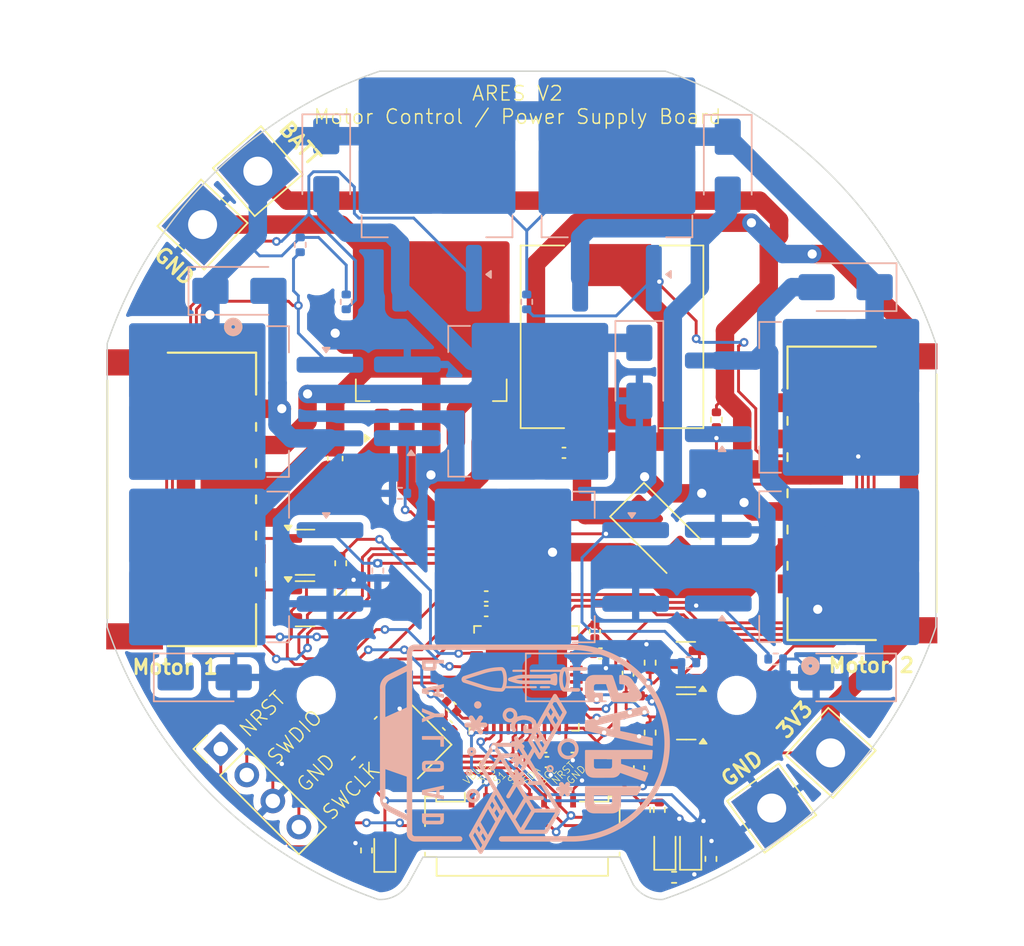
<source format=kicad_pcb>
(kicad_pcb (version 20240108) (generator "pcbnew") (generator_version "8.0")
  (layers (0 "F.Cu" signal) (31 "B.Cu" signal) (34 "B.Paste" user) (35 "F.Paste" user) (36 "B.SilkS" user "B.Silkscreen") (37 "F.SilkS" user "F.Silkscreen") (38 "B.Mask" user) (39 "F.Mask" user) (44 "Edge.Cuts" user))
  (net 0 "")
  (net 1 "GND")
  (net 2 "+3.3V")
  (net 3 "/OSC_IN")
  (net 4 "/OSC_OUT")
  (net 5 "Net-(U1-VCAP1)")
  (net 6 "+3.3VA")
  (net 7 "VBUS")
  (net 8 "+BATT")
  (net 9 "/PWR_LED_K")
  (net 10 "Net-(D2-K)")
  (net 11 "/LED_G")
  (net 12 "/LED_B")
  (net 13 "Net-(D3-K)")
  (net 14 "/M1A")
  (net 15 "/M1B")
  (net 16 "Net-(D11-K)")
  (net 17 "/SWDIO")
  (net 18 "/NRST")
  (net 19 "/SWCLK")
  (net 20 "/S1")
  (net 21 "/S2")
  (net 22 "/SCL")
  (net 23 "/SDA")
  (net 24 "/M1Q3")
  (net 25 "/M1Q1")
  (net 26 "/M1Q4")
  (net 27 "/M1Q2")
  (net 28 "/VBatt_sense")
  (net 34 "/M2Q1")
  (net 35 "/M2Q3")
  (net 39 "/M2Q4")
  (net 40 "/M2Q2")
  (net 45 "/M2A")
  (net 46 "/M2B")
  (net 47 "Net-(J6-Pin_6)")
  (net 48 "Net-(J6-Pin_5)")
  (net 49 "Net-(J8-Pin_5)")
  (net 50 "Net-(J8-Pin_6)")
  (net 51 "/E1A")
  (net 52 "/E1B")
  (net 53 "/E2B")
  (net 54 "/E2A")
  (footprint "Capacitor_SMD:C_0402_1005Metric" (layer "F.Cu") (at 144.145 104.394 135)
    (property "Reference" "C4" (hide yes))
    (property "Value" "100nF")
  )
  (footprint "Resistor_SMD:R_0402_1005Metric" (layer "F.Cu") (at 157.861 106.172 90)
    (property "Reference" "R21" (hide yes))
    (property "Value" "1k")
  )
  (footprint "LED_SMD:LED_0603_1608Metric" (layer "F.Cu") (at 158.879 114.149499 90)
    (property "Reference" "D2" (hide yes))
    (property "Value" "LED")
  )
  (footprint "Resistor_SMD:R_0402_1005Metric" (layer "F.Cu") (at 157.48 111.506 -90)
    (property "Reference" "R3" (hide yes))
    (property "Value" "10k")
  )
  (footprint "Inductor_SMD:L_0603_1608Metric" (layer "F.Cu") (at 155.067 108.458)
    (property "Reference" "FB1" (hide yes))
    (property "Value" "120R")
  )
  (footprint "Resistor_SMD:R_0402_1005Metric" (layer "F.Cu") (at 137.668 108.204 -135)
    (property "Reference" "R1" (hide yes))
    (property "Value" "4.7k")
  )
  (footprint "Capacitor_SMD:C_0402_1005Metric" (layer "F.Cu") (at 154.432 100.711)
    (property "Reference" "C7" (hide yes))
    (property "Value" "2.2uF")
  )
  (footprint "Package_DFN_QFN:QFN-48-1EP_7x7mm_P0.5mm_EP5.6x5.6mm" (layer "F.Cu") (at 149.33357 102.427 90)
    (property "Reference" "U1" (hide yes))
    (property "Value" "STM32F401CCU6")
  )
  (footprint "Diode_SMD:D_SMA" (layer "F.Cu") (at 158.75 92.583 -45)
    (property "Reference" "D11" (hide yes))
    (property "Value" "SS34")
  )
  (footprint "TestPoint:TestPoint_THTPad_4.0x4.0mm_Drill2.0mm" (layer "F.Cu") (at 127 71.12 -133)
    (property "Reference" "J4" (hide yes))
    (property "Value" "GND")
  )
  (footprint "LED_SMD:LED_0603_1608Metric" (layer "F.Cu") (at 160.657 114.149499 90)
    (property "Reference" "D3" (hide yes))
    (property "Value" "LED")
  )
  (footprint "Connector_FFC-FPC:Molex_200528-0080_1x08-1MP_P1.00mm_Horizontal" (layer "F.Cu") (at 149.048 111.748)
    (property "Reference" "J5" (hide yes))
    (property "Value" "FC_M/P")
  )
  (footprint "Capacitor_SMD:C_0402_1005Metric" (layer "F.Cu") (at 157.099 108.585 -90)
    (property "Reference" "C11" (hide yes))
    (property "Value" "1uF")
  )
  (footprint "Capacitor_SMD:C_0402_1005Metric" (layer "F.Cu") (at 143.891 105.664 135)
    (property "Reference" "C2" (hide yes))
    (property "Value" "10pF")
  )
  (footprint "Resistor_SMD:R_0402_1005Metric" (layer "F.Cu") (at 162.054 114.885998 90)
    (property "Reference" "R8" (hide yes))
    (property "Value" "1k")
  )
  (footprint "" (layer "F.Cu") (at 134.88697 74.653262)
    (property "Reference" "" (hide yes))
    (property "Value" "")
  )
  (footprint "Capacitor_SMD:C_0402_1005Metric" (layer "F.Cu") (at 151.92 86.868)
    (property "Reference" "C15" (hide yes))
    (property "Value" "330uF")
  )
  (footprint "" (layer "F.Cu") (at 134.83697 103.603262)
    (property "Reference" "" (hide yes))
    (property "Value" "")
  )
  (footprint "" (layer "F.Cu") (at 163.83697 74.603262)
    (property "Reference" "" (hide yes))
    (property "Value" "")
  )
  (footprint "Resistor_SMD:R_0402_1005Metric" (layer "F.Cu") (at 136.525 96.521999 -90)
    (property "Reference" "R10" (hide yes))
    (property "Value" "1k")
  )
  (footprint "Resistor_SMD:R_0402_1005Metric" (layer "F.Cu") (at 136.525 94.488 90)
    (property "Reference" "R9" (hide yes))
    (property "Value" "1k")
  )
  (footprint "Connector_PinHeader_2.54mm:PinHeader_1x04_P2.54mm_Vertical" (layer "F.Cu") (at 128.251949 107.296949 45)
    (property "Reference" "J2" (hide yes))
    (property "Value" "SWD")
  )
  (footprint "TestPoint:TestPoint_THTPad_4.0x4.0mm_Drill2.0mm" (layer "F.Cu") (at 130.81 67.437 131)
    (property "Reference" "J3" (hide yes))
    (property "Value" "VBAT")
  )
  (footprint "Capacitor_SMD:C_0603_1608Metric" (layer "F.Cu") (at 136.144 87.262 -90)
    (property "Reference" "C14" (hide yes))
    (property "Value" "100uF")
  )
  (footprint "Resistor_SMD:R_0402_1005Metric" (layer "F.Cu") (at 158.496 111.506 90)
    (property "Reference" "R2" (hide yes))
    (property "Value" "4.7k")
  )
  (footprint "Capacitor_SMD:C_0402_1005Metric" (layer "F.Cu") (at 146.558 96.774)
    (property "Reference" "C1" (hide yes))
    (property "Value" "10uF")
  )
  (footprint "Inductor_SMD:L_12x12mm_H4.5mm" (layer "F.Cu") (at 155.232 78.864001 -90)
    (property "Reference" "L1" (hide yes))
    (property "Value" "100uH")
  )
  (footprint "Package_TO_SOT_SMD:SOT-23" (layer "F.Cu") (at 134.0635 97.282)
    (property "Reference" "Q10" (hide yes))
    (property "Value" "2N7002")
  )
  (footprint "Resistor_SMD:R_0402_1005Metric" (layer "F.Cu") (at 157.861 101.346 -90)
    (property "Reference" "R22" (hide yes))
    (property "Value" "1k")
  )
  (footprint "Resistor_SMD:R_0402_1005Metric" (layer "F.Cu") (at 138.303 114.3 90)
    (property "Reference" "R5" (hide yes))
    (property "Value" "1k")
  )
  (footprint "" (layer "F.Cu") (at 163.83697 103.603262)
    (property "Reference" "" (hide yes))
    (property "Value" "")
  )
  (footprint "Package_TO_SOT_SMD:TO-263-5_TabPin3" (layer "F.Cu") (at 142.767 78.474 90)
    (property "Reference" "U3" (hide yes))
    (property "Value" "LM2576S-3.3")
  )
  (footprint "Package_TO_SOT_SMD:SOT-23" (layer "F.Cu") (at 160.3525 105.09 180)
    (property "Reference" "Q11" (hide yes))
    (property "Value" "2N7002")
  )
  (footprint "Resistor_SMD:R_0402_1005Metric" (layer "F.Cu") (at 162.433 84.582 90)
    (property "Reference" "R17" (hide yes))
    (property "Value" "10k")
  )
  (footprint "Resistor_SMD:R_0402_1005Metric" (layer "F.Cu") (at 156.337 102.108 -90)
    (property "Reference" "R11" (hide yes))
    (property "Value" "29.4k")
  )
  (footprint "TestPoint:TestPoint_THTPad_4.0x4.0mm_Drill2.0mm" (layer "F.Cu") (at 170.307 107.569 138)
    (property "Reference" "J10" (hide yes))
    (property "Value" "3V3")
  )
  (footprint "Package_TO_SOT_SMD:SOT-23" (layer "F.Cu") (at 160.322501 101.473 180)
    (property "Reference" "Q12" (hide yes))
    (property "Value" "2N7002")
  )
  (footprint "Capacitor_SMD:C_0402_1005Metric" (layer "F.Cu") (at 152.527 107.188)
    (property "Reference" "C3" (hide yes))
    (property "Value" "100nF")
  )
  (footprint "Crystal:Crystal_SMD_3225-4Pin_3.2x2.5mm" (layer "F.Cu") (at 141.586858 106.757223 135)
    (property "Reference" "Y1" (hide yes))
    (property "Value" "16MHz")
  )
  (footprint "Capacitor_SMD:C_0402_1005Metric" (layer "F.Cu") (at 146.558 97.79)
    (property "Reference" "C8" (hide yes))
    (property "Value" "100nF")
  )
  (footprint "Package_TO_SOT_SMD:SOT-23" (layer "F.Cu") (at 134.0635 93.726)
    (property "Reference" "Q8" (hide yes))
    (property "Value" "2N7002")
  )
  (footprint "Capacitor_SMD:C_0402_1005Metric" (layer "F.Cu") (at 139.192 105.41 45)
    (property "Reference" "C5" (hide yes))
    (property "Value" "10pF")
  )
  (footprint "Resistor_SMD:R_0402_1005Metric" (layer "F.Cu") (at 159.514 116.155998)
    (property "Reference" "R7" (hide yes))
    (property "Value" "1k")
  )
  (footprint "Capacitor_SMD:C_0402_1005Metric" (layer "F.Cu") (at 150.622 107.188 180)
    (property "Reference" "C9" (hide yes))
    (property "Value" "10nF")
  )
  (footprint "Capacitor_SMD:C_0402_1005Metric" (layer "F.Cu") (at 150.749 108.204 180)
    (property "Reference" "C10" (hide yes))
    (property "Value" "1uF")
  )
  (footprint "JST-XH-SMD:CONN_S6B-XH-SM4-TB_JST" (layer "F.Cu") (at 125.557146 90.080496 -90)
    (property "Reference" "J6" (hide yes))
    (property "Value" "Conn_01x06")
  )
  (footprint "LED_SMD:LED_0603_1608Metric" (layer "F.Cu") (at 139.573 114.3 90)
    (property "Reference" "D1" (hide yes))
    (property "Value" "LED")
  )
  (footprint "JST-XH-SMD:CONN_S6B-XH-SM4-TB_JST" (layer "F.Cu") (at 172.466 89.662 90)
    (property "Reference" "J8" (hide yes))
    (property "Value" "Conn_01x06")
  )
  (footprint "Capacitor_SMD:C_0402_1005Metric" (layer "F.Cu") (at 154.051 99.187 -90)
    (property "Reference" "C6" (hide yes))
    (property "Value" "100nF")
  )
  (footprint "TestPoint:TestPoint_THTPad_4.0x4.0mm_Drill2.0mm" (layer "F.Cu") (at 166.243 111.379 36)
    (property "Reference" "J9" (hide yes))
    (property "Value" "GND")
  )
  (footprint "Resistor_SMD:R_0402_1005Metric" (layer "F.Cu") (at 156.718 103.632)
    (property "Reference" "R12" (hide yes))
    (property "Value" "10k")
  )
  (footprint "Package_TO_SOT_SMD:TO-263-2" (layer "B.Cu") (at 155.574 67.171 90)
    (property "Reference" "Q6" (hide yes))
    (property "Value" "RF1S9540SM")
  )
  (footprint "Resistor_SMD:R_0402_1005Metric" (layer "B.Cu") (at 149.352 76.454 90)
    (property "Reference" "R19" (hide yes))
    (property "Value" "10k")
  )
  (footprint "Diode_SMD:D_SMA" (layer "B.Cu") (at 127.145 102.362)
    (property "Reference" "D5" (hide yes))
    (property "Value" "SS34")
  )
  (footprint "Resistor_SMD:R_0402_1005Metric" (layer "B.Cu") (at 140.607 89.662 180)
    (property "Reference" "R15" (hide yes))
    (property "Value" "10k")
  )
  (footprint "Package_TO_SOT_SMD:TO-263-2" (layer "B.Cu") (at 170.21 83.039)
    (property "Reference" "Q4" (hide yes))
    (property "Value" "RF1S9540SM")
  )
  (footprint "Resistor_SMD:R_0402_1005Metric" (layer "B.Cu") (at 139.083 94.996 -90)
    (property "Reference" "R16" (hide yes))
    (property "Value" "10k")
  )
  (footprint "Diode_SMD:D_SMA" (layer "B.Cu") (at 129.54 75.692)
    (property "Reference" "D4" (hide yes))
    (property "Value" "SS34")
  )
  (footprint "Resistor_SMD:R_0402_1005Metric" (layer "B.Cu") (at 160.528 101.346 180)
    (property "Reference" "R20" (hide yes))
    (property "Value" "10k")
  )
  (footprint "Resistor_SMD:R_0402_1005Metric" (layer "B.Cu") (at 166.516999 101.092)
    (property "Reference" "R18" (hide yes))
    (property "Value" "10k")
  )
  (footprint "Diode_SMD:D_SMA" (layer "B.Cu") (at 152.799 102.362)
    (property "Reference" "D12" (hide yes))
    (property "Value" "SS34")
  )
  (footprint "Resistor_SMD:R_0402_1005Metric" (layer "B.Cu") (at 136.906 76.454 90)
    (property "Reference" "R14" (hide yes))
    (property "Value" "10k")
  )
  (footprint "Resistor_SMD:R_0402_1005Metric" (layer "B.Cu") (at 133.731 72.517 90)
    (property "Reference" "R13" (hide yes))
    (property "Value" "10k")
  )
  (footprint "Package_TO_SOT_SMD:TO-263-2" (layer "B.Cu") (at 149.213 94.742001 180)
    (property "Reference" "Q7" (hide yes))
    (property "Value" "IRLZ44NS")
  )
  (footprint "Package_TO_SOT_SMD:TO-263-2" (layer "B.Cu") (at 170.21 94.723)
    (property "Reference" "Q5" (hide yes))
    (property "Value" "IRLZ44NS")
  )
  (footprint "Diode_SMD:D_SMA" (layer "B.Cu") (at 171.309001 102.362 180)
    (property "Reference" "D9" (hide yes))
    (property "Value" "SS34")
  )
  (footprint "Diode_SMD:D_SMA" (layer "B.Cu") (at 163.213 67.056 -90)
    (property "Reference" "D10" (hide yes))
    (property "Value" "SS34")
  )
  (footprint "Package_TO_SOT_SMD:TO-263-2" (layer "B.Cu") (at 128.137 94.741997 180)
    (property "Reference" "Q9" (hide yes))
    (property "Value" "IRLZ44NS")
  )
  (footprint "Package_TO_SOT_SMD:TO-263-2" (layer "B.Cu") (at 143.166 67.171 90)
    (property "Reference" "Q1" (hide yes))
    (property "Value" "RF1S9540SM")
  )
  (footprint "Diode_SMD:D_SMA" (layer "B.Cu") (at 157.117 81.28 -90)
    (property "Reference" "D6" (hide yes))
    (property "Value" "SS34")
  )
  (footprint "Diode_SMD:D_SMA" (layer "B.Cu") (at 135.527 67.024001 -90)
    (property "Reference" "D7" (hide yes))
    (property "Value" "SS34")
  )
  (footprint "Package_TO_SOT_SMD:TO-263-2" (layer "B.Cu") (at 148.765 83.312)
    (property "Reference" "Q3" (hide yes))
    (property "Value" "IRLZ44NS")
  )
  (footprint "Diode_SMD:D_SMA" (layer "B.Cu") (at 171.341 75.438 180)
    (property "Reference" "D8" (hide yes))
    (property "Value" "SS34")
  )
  (footprint "Package_TO_SOT_SMD:TO-263-2" (layer "B.Cu") (at 128.131 83.331 180)
    (property "Reference" "Q2" (hide yes))
    (property "Value" "RF1S9540SM")
  )
  (footprint "LOGO" (layer "B.Cu") (at 149.225 107.315 -90)
    (property "Reference" "G***")
    (property "Value" "LOGO" (hide yes))
  )
  (gr_line (start 156.692678 116.647116) (end 155.78453 114.761261) (stroke (width 0.1)) (layer "Edge.Cuts"))
  (gr_line (start 120.421401 79.324199) (end 120.421401 89.103199) (stroke (width 0.1)) (layer "Edge.Cuts"))
  (gr_arc (start 158.896033 60.532261) (mid 170.402281 67.773186) (end 177.565031 79.328262) (stroke (width 0.1)) (layer "Edge.Cuts"))
  (gr_arc (start 158.769029 117.682222) (mid 157.588422 117.450387) (end 156.692678 116.647116) (stroke (width 0.1)) (layer "Edge.Cuts"))
  (gr_line (start 177.565032 89.107262) (end 177.565032 79.328262) (stroke (width 0.1)) (layer "Edge.Cuts"))
  (gr_line (start 141.160384 116.647115) (end 142.19553 114.761261) (stroke (width 0.1)) (layer "Edge.Cuts"))
  (gr_line (start 155.78453 114.761261) (end 142.19553 114.761262) (stroke (width 0.1)) (layer "Edge.Cuts"))
  (gr_arc (start 177.565032 98.886262) (mid 170.357461 110.473366) (end 158.766485 117.674711) (stroke (width 0.1)) (layer "Edge.Cuts"))
  (gr_arc (start 120.421401 79.324199) (mid 127.628973 67.737095) (end 139.219948 60.53575) (stroke (width 0.1)) (layer "Edge.Cuts"))
  (gr_arc (start 141.160379 116.647112) (mid 140.264642 117.450395) (end 139.08403 117.682261) (stroke (width 0.1)) (layer "Edge.Cuts"))
  (gr_line (start 120.421401 89.103199) (end 120.421401 98.882199) (stroke (width 0.1)) (layer "Edge.Cuts"))
  (gr_line (start 177.565032 98.886262) (end 177.565032 89.107262) (stroke (width 0.1)) (layer "Edge.Cuts"))
  (gr_line (start 139.219948 60.53575) (end 158.896033 60.53575) (stroke (width 0.1)) (layer "Edge.Cuts"))
  (gr_arc (start 139.0904 117.6782) (mid 127.584152 110.437274) (end 120.421402 98.882199) (stroke (width 0.1)) (layer "Edge.Cuts"))
  (gr_text "GND" (at 163.195 110.109 36) (layer "F.SilkS") (effects (font (size 1 1) (thickness 0.2) (bold yes)) (justify left bottom)))
  (gr_text "BATT" (at 132.08 64.516 311) (layer "F.SilkS") (effects (font (size 1 1) (thickness 0.2) (bold yes)) (justify left bottom)))
  (gr_text "SWDIO" (at 132.08 108.585 45) (layer "F.SilkS") (effects (font (size 1 1) (thickness 0.1)) (justify left bottom)))
  (gr_text "NRST" (at 151.384 109.855 45) (layer "F.SilkS") (effects (font (size 0.5 0.5) (thickness 0.05)) (justify left bottom)))
  (gr_text "Motor 1" (at 122.047 102.235 0) (layer "F.SilkS") (effects (font (size 1 1) (thickness 0.2) (bold yes)) (justify left bottom)))
  (gr_text "S1" (at 147.32 109.855 45) (layer "F.SilkS") (effects (font (size 0.5 0.5) (thickness 0.05)) (justify left bottom)))
  (gr_text "VBUS" (at 145.288 109.855 45) (layer "F.SilkS") (effects (font (size 0.5 0.5) (thickness 0.05)) (justify left bottom)))
  (gr_text "GND" (at 123.444 73.279 317) (layer "F.SilkS") (effects (font (size 1 1) (thickness 0.2) (bold yes)) (justify left bottom)))
  (gr_text "Motor 2" (at 170.053 102.108 0) (layer "F.SilkS") (effects (font (size 1 1) (thickness 0.2) (bold yes)) (justify left bottom)))
  (gr_text "3V3" (at 146.304 109.855 45) (layer "F.SilkS") (effects (font (size 0.5 0.5) (thickness 0.05)) (justify left bottom)))
  (gr_text "SWCLK" (at 135.89 112.395 45) (layer "F.SilkS") (effects (font (size 1 1) (thickness 0.1)) (justify left bottom)))
  (gr_text "GND" (at 152.4 109.855 45) (layer "F.SilkS") (effects (font (size 0.5 0.5) (thickness 0.05)) (justify left bottom)))
  (gr_text "SCL" (at 150.495 109.855 45) (layer "F.SilkS") (effects (font (size 0.5 0.5) (thickness 0.05)) (justify left bottom)))
  (gr_text "NRST\n" (at 130.175 106.68 45) (layer "F.SilkS") (effects (font (size 1 1) (thickness 0.1)) (justify left bottom)))
  (gr_text "ARES V2\nMotor Control / Power Supply Board" (at 148.717 64.262 0) (layer "F.SilkS") (effects (font (size 1 1) (thickness 0.1)) (justify bottom)))
  (gr_text "S2" (at 148.336 109.855 45) (layer "F.SilkS") (effects (font (size 0.5 0.5) (thickness 0.05)) (justify left bottom)))
  (gr_text "3V3" (at 167.259 106.807 48) (layer "F.SilkS") (effects (font (size 1 1) (thickness 0.2) (bold yes)) (justify left bottom)))
  (gr_text "GND" (at 134.112 110.49 45) (layer "F.SilkS") (effects (font (size 1 1) (thickness 0.1)) (justify left bottom)))
  (gr_text "SDA" (at 149.352 109.855 45) (layer "F.SilkS") (effects (font (size 0.5 0.5) (thickness 0.05)) (justify left bottom)))
  (segment (start 124.587 76.454) (end 125.349 75.692) (width 0.2) (layer "F.Cu") (net 0))
  (segment (start 125.349 75.692) (end 125.349 75.057) (width 0.2) (layer "F.Cu") (net 0))
  (segment (start 142.767 88.373) (end 142.767 86.124) (width 1.27) (layer "F.Cu") (net 1))
  (segment (start 150.269 108.204) (end 150.269 108.486) (width 0.2) (layer "F.Cu") (net 1))
  (segment (start 135.086212 86.487) (end 136.144 86.487) (width 1.27) (layer "F.Cu") (net 1))
  (segment (start 157.607 103.632) (end 157.988 104.013) (width 0.2) (layer "F.Cu") (net 1))
  (segment (start 154.912 100.711) (end 154.912 101.628) (width 0.2) (layer "F.Cu") (net 1))
  (segment (start 153.541 100.177) (end 154.051 99.667) (width 0.2) (layer "F.Cu") (net 1))
  (segment (start 160.909 115.951) (end 160.909 115.824) (width 0.2) (layer "F.Cu") (net 1))
  (segment (start 131.844051 108.947949) (end 132.461 108.331) (width 0.2) (layer "F.Cu") (net 1))
  (segment (start 141.746477 105.714761) (end 141.410081 105.378365) (width 0.2) (layer "F.Cu") (net 1))
  (segment (start 157.228 103.632) (end 157.607 103.632) (width 0.2) (layer "F.Cu") (net 1))
  (segment (start 157.354999 106.681999) (end 157.099 106.426) (width 0.2) (layer "F.Cu") (net 1))
  (segment (start 150.269 108.486) (end 150.622 108.839) (width 0.2) (layer "F.Cu") (net 1))
  (segment (start 137.671998 113.790001) (end 137.541 113.792) (width 0.2) (layer "F.Cu") (net 1))
  (segment (start 149.33357 102.427) (end 151.58357 100.177) (width 0.2) (layer "F.Cu") (net 1))
  (segment (start 142.767 86.124) (end 142.767 76.974) (width 1.27) (layer "F.Cu") (net 1))
  (segment (start 136.144 85.429212) (end 136.144 86.487) (width 1.27) (layer "F.Cu") (net 1))
  (segment (start 160.450002 116.155998) (end 160.655 115.951) (width 0.2) (layer "F.Cu") (net 1))
  (segment (start 136.525 94.997999) (end 136.525 96.012) (width 0.2) (layer "F.Cu") (net 1))
  (segment (start 147.038 97.79) (end 147.038 98.94393) (width 0.2) (layer "F.Cu") (net 1))
  (segment (start 157.861 106.681999) (end 157.354999 106.681999) (width 0.2) (layer "F.Cu") (net 1))
  (segment (start 136.144 78.613) (end 136.017 78.613) (width 1.27) (layer "F.Cu") (net 1))
  (segment (start 139.992 79.399) (end 136.803 79.399) (width 1.27) (layer "F.Cu") (net 1))
  (segment (start 150.083571 105.8645) (end 150.083571 103.177001) (width 0.2) (layer "F.Cu") (net 1))
  (segment (start 160.655 115.951) (end 160.909 115.951) (width 0.2) (layer "F.Cu") (net 1))
  (segment (start 160.782 115.824) (end 160.909 115.951) (width 0.2) (layer "F.Cu") (net 1))
  (segment (start 164.953 90.912) (end 164.338 90.297) (width 1.27) (layer "F.Cu") (net 1))
  (segment (start 150.622 108.839) (end 150.749 108.966) (width 0.2) (layer "F.Cu") (net 1))
  (segment (start 137.541 113.792) (end 137.668 113.790001) (width 0.2) (layer "F.Cu") (net 1))
  (segment (start 140.552716 104.521) (end 140.589 104.557284) (width 0.2) (layer "F.Cu") (net 1))
  (segment (start 131.844051 110.889051) (end 131.844051 108.947949) (width 0.2) (layer "F.Cu") (net 1))
  (segment (start 132.742716 88.830496) (end 135.086212 86.487) (width 1.27) (layer "F.Cu") (net 1))
  (segment (start 141.763635 108.136081) (end 141.746477 108.118923) (width 0.2) (layer "F.Cu") (net 1))
  (segment (start 150.142 107.188) (end 150.142 105.922929) (width 0.2) (layer "F.Cu") (net 1))
  (segment (start 146.167 88.424) (end 145.332001 89.258999) (width 1.27) (layer "F.Cu") (net 1))
  (segment (start 157.861 100.33) (end 157.607 100.076) (width 0.2) (layer "F.Cu") (net 1))
  (segment (start 136.144 83.247) (end 136.144 85.429212) (width 1.27) (layer "F.Cu") (net 1))
  (segment (start 161.417 89.662) (end 158.623 89.662) (width 1.27) (layer "F.Cu") (net 1))
  (segment (start 151.003 109.093) (end 150.876 108.966) (width 0.2) (layer "F.Cu") (net 1))
  (segment (start 152.527 108.077) (end 152.546 108.058) (width 0.2) (layer "F.Cu") (net 1))
  (segment (start 143.497813 105.378365) (end 143.551589 105.324589) (width 0.2) (layer "F.Cu") (net 1))
  (segment (start 140.589 104.521) (end 140.552716 104.521) (width 0.2) (layer "F.Cu") (net 1))
  (segment (start 150.083571 103.177001) (end 149.33357 102.427) (width 0.2) (layer "F.Cu") (net 1))
  (segment (start 150.269 108.204) (end 150.269 107.315) (width 0.2) (layer "F.Cu") (net 1))
  (segment (start 142.767 88.411) (end 142.748 88.392) (width 1.27) (layer "F.Cu") (net 1))
  (segment (start 139.531411 105.070589) (end 140.039411 105.070589) (width 0.2) (layer "F.Cu") (net 1))
  (segment (start 147.038 98.94393) (end 147.08357 98.9895) (width 0.2) (layer "F.Cu") (net 1))
  (segment (start 147.038 96.774) (end 147.038 97.79) (width 0.2) (layer "F.Cu") (net 1))
  (segment (start 143.487999 89.258999) (end 142.767 88.538) (width 1.27) (layer "F.Cu") (net 1))
  (segment (start 160.024 116.155998) (end 160.450002 116.155998) (width 0.2) (layer "F.Cu") (net 1))
  (segment (start 145.332001 89.258999) (end 143.487999 89.258999) (width 1.27) (layer "F.Cu") (net 1))
  (segment (start 145.89607 104.677) (end 147.08357 104.677) (width 0.2) (layer "F.Cu") (net 1))
  (segment (start 147.08357 104.677) (end 149.33357 102.427) (width 0.2) (layer "F.Cu") (net 1))
  (segment (start 158.623 89.662) (end 157.48 88.519) (width 1.27) (layer "F.Cu") (net 1))
  (segment (start 143.805589 104.054589) (end 143.805589 105.070589) (width 0.2) (layer "F.Cu") (net 1))
  (segment (start 151.58357 100.177) (end 152.77107 100.177) (width 0.2) (layer "F.Cu") (net 1))
  (segment (start 136.144 78.74) (end 136.144 78.613) (width 1.27) (layer "F.Cu") (net 1))
  (segment (start 136.144 83.247) (end 139.992 79.399) (width 1.27) (layer "F.Cu") (net 1))
  (segment (start 142.767 88.538) (end 142.767 88.411) (width 1.27) (layer "F.Cu") (net 1))
  (segment (start 141.410081 105.378365) (end 143.497813 105.378365) (width 0.2) (layer "F.Cu") (net 1))
  (segment (start 168.912198 90.912) (end 164.953 90.912) (width 1.27) (layer "F.Cu") (net 1))
  (segment (start 127 71.12) (end 136.563 71.12) (width 1.27) (layer "F.Cu") (net 1))
  (segment (start 152.548 110.088) (end 153.162 109.474) (width 0.2) (layer "F.Cu") (net 1))
  (segment (start 146.911 86.868) (end 146.167 86.124) (width 0.2) (layer "F.Cu") (net 1))
  (segment (start 154.912 100.528) (end 154.051 99.667) (width 0.2) (layer "F.Cu") (net 1))
  (segment (start 150.142 105.922929) (end 150.083571 105.8645) (width 0.2) (layer "F.Cu") (net 1))
  (segment (start 137.033 96.012) (end 137.414 95.631) (width 0.2) (layer "F.Cu") (net 1))
  (segment (start 154.912 101.628) (end 154.813 101.727) (width 0.2) (layer "F.Cu") (net 1))
  (segment (start 141.410081 105.378365) (end 140.589 104.557284) (width 0.2) (layer "F.Cu") (net 1))
  (segment (start 138.303 113.790001) (end 137.671998 113.790001) (width 0.2) (layer "F.Cu") (net 1))
  (segment (start 149.33357 102.427) (end 149.33357 101.691385) (width 0.2) (layer "F.Cu") (net 1))
  (segment (start 150.269 107.315) (end 150.142 107.188) (width 0.2) (layer "F.Cu") (net 1))
  (segment (start 149.33357 101.691385) (end 147.08357 99.441385) (width 0.2) (layer "F.Cu") (net 1))
  (segment (start 152.548 110.838) (end 152.548 110.088) (width 0.2) (layer "F.Cu") (net 1))
  (segment (start 153.007 107.188) (end 153.007 107.597) (width 0.2) (layer "F.Cu") (net 1))
  (segment (start 162.054 114.375999) (end 162.054 113.686794) (width 0.2) (layer "F.Cu") (net 1))
  (segment (start 146.167 86.124) (end 146.167 88.424) (width 1.27) (layer "F.Cu") (net 1))
  (segment (start 141.746477 108.118923) (end 141.746477 105.714761) (width 0.2) (layer "F.Cu") (net 1))
  (segment (start 129.110948 88.830496) (end 132.742716 88.830496) (width 1.27) (layer "F.Cu") (net 1))
  (segment (start 136.017 78.613) (end 136.017 78.613) (width 1.27) (layer "F.Cu") (net 1))
  (segment (start 136.803 79.399) (end 136.144 78.74) (width 1.27) (layer "F.Cu") (net 1))
  (segment (start 151.44 86.868) (end 146.911 86.868) (width 0.2) (layer "F.Cu") (net 1))
  (segment (start 152.77107 100.177) (end 153.541 100.177) (width 0.2) (layer "F.Cu") (net 1))
  (segment (start 143.805589 105.070589) (end 143.551589 105.324589) (width 0.2) (layer "F.Cu") (net 1))
  (segment (start 140.589 104.557284) (end 140.589 104.521) (width 0.2) (layer "F.Cu") (net 1))
  (segment (start 154.912 100.711) (end 154.912 100.528) (width 0.2) (layer "F.Cu") (net 1))
  (segment (start 140.039411 105.070589) (end 140.589 104.521) (width 0.2) (layer "F.Cu") (net 1))
  (segment (start 157.861 100.836001) (end 157.861 100.33) (width 0.2) (layer "F.Cu") (net 1))
  (segment (start 136.563 71.12) (end 139.992 74.549) (width 1.27) (layer "F.Cu") (net 1))
  (segment (start 150.749 108.966) (end 151.003 109.093) (width 0.2) (layer "F.Cu") (net 1))
  (segment (start 136.525 96.012) (end 137.033 96.012) (width 0.2) (layer "F.Cu") (net 1))
  (segment (start 162.054 113.686794) (end 162.092246 113.648548) (width 0.2) (layer "F.Cu") (net 1))
  (segment (start 152.654 107.95) (end 152.527 108.077) (width 0.2) (layer "F.Cu") (net 1))
  (segment (start 153.007 107.597) (end 152.654 107.95) (width 0.2) (layer "F.Cu") (net 1))
  (segment (start 142.748 88.392) (end 142.767 88.373) (width 1.27) (layer "F.Cu") (net 1))
  (segment (start 157.099 109.065) (end 157.099 109.601) (width 0.2) (layer "F.Cu") (net 1))
  (segment (start 147.08357 99.441385) (end 147.08357 98.9895) (width 0.2) (layer "F.Cu") (net 1))
  (segment (start 157.099 109.601) (end 157.353 109.855) (width 0.2) (layer "F.Cu") (net 1))
  (segment (start 137.668 113.790001) (end 137.669999 113.790001) (width 0.2) (layer "F.Cu") (net 1))
  (via (at 140.589 104.521) (size 0.6) (drill 0.3) (layers "F.Cu" "B.Cu") (net 1))
  (via (at 137.414 95.631) (size 0.6) (drill 0.3) (layers "F.Cu" "B.Cu") (net 1))
  (via (at 157.48 88.519) (size 1.27) (drill 0.635) (layers "F.Cu" "B.Cu") (net 1))
  (via (at 151.003 109.093) (size 0.6) (drill 0.3) (layers "F.Cu" "B.Cu") (net 1))
  (via (at 153.162 109.474) (size 0.6) (drill 0.3) (layers "F.Cu" "B.Cu") (net 1))
  (via (at 164.338 90.297) (size 1.27) (drill 0.635) (layers "F.Cu" "B.Cu") (net 1))
  (via (at 132.461 108.331) (size 0.6) (drill 0.3) (layers "F.Cu" "B.Cu") (net 1))
  (via (at 142.748 88.392) (size 1.27) (drill 0.635) (layers "F.Cu" "B.Cu") (net 1))
  (via (at 136.144 78.613) (size 1.27) (drill 0.635) (layers "F.Cu" "B.Cu") (net 1))
  (via (at 154.813 101.727) (size 0.6) (drill 0.3) (layers "F.Cu" "B.Cu") (net 1))
  (via (at 157.607 100.076) (size 0.6) (drill 0.3) (layers "F.Cu" "B.Cu") (net 1))
  (via (at 162.092246 113.648548) (size 0.6) (drill 0.3) (layers "F.Cu" "B.Cu") (net 1))
  (via (at 157.099 106.426) (size 0.6) (drill 0.3) (layers "F.Cu" "B.Cu") (net 1))
  (via (at 160.909 115.951) (size 0.6) (drill 0.3) (layers "F.Cu" "B.Cu") (net 1))
  (via (at 161.417 89.662) (size 1.27) (drill 0.635) (layers "F.Cu" "B.Cu") (net 1))
  (via (at 157.988 104.013) (size 0.6) (drill 0.3) (layers "F.Cu" "B.Cu") (net 1))
  (via (at 157.353 109.855) (size 0.6) (drill 0.3) (layers "F.Cu" "B.Cu") (net 1))
  (via (at 137.541 113.792) (size 0.6) (drill 0.3) (layers "F.Cu" "B.Cu") (net 1))
  (via (at 152.527 108.077) (size 0.6) (drill 0.3) (layers "F.Cu" "B.Cu") (net 1))
  (segment (start 167.026998 101.092) (end 168.039 101.092) (width 0.2) (layer "B.Cu") (net 1))
  (segment (start 168.039 101.092) (end 169.309 102.362) (width 0.2) (layer "B.Cu") (net 1))
  (segment (start 139.083 95.505999) (end 137.563001 95.505999) (width 0.2) (layer "B.Cu") (net 1))
  (segment (start 137.563001 95.505999) (end 135.787002 97.281998) (width 0.2) (layer "B.Cu") (net 1))
  (segment (start 133.126 98.232) (end 133.126 99.624529) (width 0.2) (layer "F.Cu") (net 2))
  (segment (start 132.842 99.908529) (end 132.842 100.965) (width 0.2) (layer "F.Cu") (net 2))
  (segment (start 155.232 84.036) (end 155.232 83.814002) (width 0.2) (layer "F.Cu") (net 2))
  (segment (start 142.748 103.505) (end 142.748 103.378) (width 0.2) (layer "F.Cu") (net 2))
  (segment (start 154.051 98.707) (end 153.74107 98.707) (width 0.2) (layer "F.Cu") (net 2))
  (segment (start 154.051 98.707) (end 155.492 100.148) (width 0.2) (layer "F.Cu") (net 2))
  (segment (start 160.222501 103.072501) (end 161.29 104.14) (width 0.2) (layer "F.Cu") (net 2))
  (segment (start 161.29 104.593051) (end 160.2525 105.630551) (width 0.2) (layer "F.Cu") (net 2))
  (segment (start 149.987 82.989) (end 145.357 82.989) (width 1.27) (layer "F.Cu") (net 2))
  (segment (start 158.623 107.569) (end 157.226 107.569) (width 0.2) (layer "F.Cu") (net 2))
  (segment (start 146.078 98.48393) (end 146.58357 98.9895) (width 0.2) (layer "F.Cu") (net 2))
  (segment (start 175.712202 99.111999) (end 170.307 104.517201) (width 1.27) (layer "F.Cu") (net 2))
  (segment (start 175.712194 85.646395) (end 175.712194 80.211998) (width 1.27) (layer "F.Cu") (net 2))
  (segment (start 145.89607 105.177) (end 146.58357 105.8645) (width 0.2) (layer "F.Cu") (net 2))
  (segment (start 157.226 107.569) (end 155.492 105.835) (width 0.2) (layer "F.Cu") (net 2))
  (segment (start 140.911206 100.457) (end 140.908927 100.459279) (width 0.2) (layer "F.Cu") (net 2))
  (segment (start 143.86467 103.251) (end 142.875 103.251) (width 0.2) (layer "F.Cu") (net 2))
  (segment (start 134.1635 96.741448) (end 133.126 97.778948) (width 0.2) (layer "F.Cu") (net 2))
  (segment (start 160.222501 102.082448) (end 160.222501 103.072501) (width 0.2) (layer "F.Cu") (net 2))
  (segment (start 157.226 110.996001) (end 155.8545 109.624501) (width 0.2) (layer "F.Cu") (net 2))
  (segment (start 160.655 107.569) (end 170.307 107.569) (width 0.2) (layer "F.Cu") (net 2))
  (segment (start 144.484411 103.870741) (end 143.86467 103.251) (width 0.2) (layer "F.Cu") (net 2))
  (segment (start 134.1635 95.7135) (end 134.1635 96.741448) (width 0.2) (layer "F.Cu") (net 2))
  (segment (start 155.492 105.366) (end 154.686 106.172) (width 0.2) (layer "F.Cu") (net 2))
  (segment (start 146.27607 106.172) (end 145.542 106.172) (width 0.2) (layer "F.Cu") (net 2))
  (segment (start 154.559 106.426) (end 154.19075 106.79425) (width 0.2) (layer "F.Cu") (net 2))
  (segment (start 160.2525 105.630551) (end 160.2525 107.1665) (width 0.2) (layer "F.Cu") (net 2))
  (segment (start 154.19075 106.79425) (end 155.8545 108.458) (width 0.2) (layer "F.Cu") (net 2))
  (segment (start 175.712194 80.211998) (end 175.712194 78.303194) (width 1.27) (layer "F.Cu") (net 2))
  (segment (start 153.261 105.8645) (end 154.19075 106.79425) (width 0.2) (layer "F.Cu") (net 2))
  (segment (start 170.561 73.152) (end 169.037 73.152) (width 1.27) (layer "F.Cu") (net 2))
  (segment (start 175.712194 78.303194) (end 170.561 73.152) (width 1.27) (layer "F.Cu") (net 2))
  (segment (start 158.623 107.569) (end 160.655 107.569) (width 0.2) (layer "F.Cu") (net 2))
  (segment (start 132.842 100.965) (end 133.35 101.473) (width 0.2) (layer "F.Cu") (net 2))
  (segment (start 146.078 97.79) (end 146.078 98.48393) (width 0.2) (layer "F.Cu") (net 2))
  (segment (start 154.406998 82.989) (end 149.987 82.989) (width 1.27) (layer "F.Cu") (net 2))
  (segment (start 142.113 100.457) (end 140.911206 100.457) (width 0.2) (layer "F.Cu") (net 2))
  (segment (start 146.558 110.828) (end 146.548 110.838) (width 0.2) (layer "F.Cu") (net 2))
  (segment (start 152.80865 70.993) (end 149.987 73.81465) (width 1.27) (layer "F.Cu") (net 2))
  (segment (start 152.4 86.868) (end 155.232 84.036) (width 0.2) (layer "F.Cu") (net 2))
  (segment (start 133.126 94.676) (end 134.1635 95.7135) (width 0.2) (layer "F.Cu") (net 2))
  (segment (start 146.58357 105.8645) (end 146.27607 106.172) (width 0.2) (layer "F.Cu") (net 2))
  (segment (start 157.099 108.105) (end 158.087 108.105) (width 0.2) (layer "F.Cu") (net 2))
  (segment (start 139.573 113.512499) (end 139.573 110.871) (width 0.2) (layer "F.Cu") (net 2))
  (segment (start 142.875 103.251) (end 142.748 103.505) (width 0.2) (layer "F.Cu") (net 2))
  (segment (start 155.492 104.902) (end 155.492 105.366) (width 0.2) (layer "F.Cu") (net 2))
  (segment (start 145.357 82.989) (end 144.467 83.879) (width 1.27) (layer "F.Cu") (net 2))
  (segment (start 146.078 97.79) (end 146.078 98.016) (width 0.2) (layer "F.Cu") (net 2))
  (segment (start 154.559 106.299) (end 154.559 106.426) (width 0.2) (layer "F.Cu") (net 2))
  (segment (start 152.08357 105.8645) (end 153.261 105.8645) (width 0.2) (layer "F.Cu") (net 2))
  (segment (start 133.35 101.473) (end 137.414 101.473) (width 0.2) (layer "F.Cu") (net 2))
  (segment (start 145.161 98.933) (end 143.637 98.933) (width 0.2) (layer "F.Cu") (net 2))
  (segment (start 156.2075 108.105) (end 155.8545 108.458) (width 0.2) (layer "F.Cu") (net 2))
  (segment (start 133.126 99.624529) (end 132.842 99.908529) (width 0.2) (layer "F.Cu") (net 2))
  (segment (start 152.047 105.90107) (end 152.08357 105.8645) (width 0.2) (layer "F.Cu") (net 2))
  (segment (start 170.307 104.517201) (end 170.307 107.569) (width 1.27) (layer "F.Cu") (net 2))
  (segment (start 139.573 110.830248) (end 137.307376 108.564624) (width 0.2) (layer "F.Cu") (net 2))
  (segment (start 146.558 109.601) (end 146.558 110.828) (width 0.2) (layer "F.Cu") (net 2))
  (segment (start 161.260001 100.523) (end 161.260001 101.044948) (width 0.2) (layer "F.Cu") (net 2))
  (segment (start 144.467 83.879) (end 144.467 86.123999) (width 1.27) (layer "F.Cu") (net 2))
  (segment (start 144.484411 104.733411) (end 144.484411 103.870741) (width 0.2) (layer "F.Cu") (net 2))
  (segment (start 143.637 98.933) (end 142.113 100.457) (width 0.2) (layer "F.Cu") (net 2))
  (segment (start 158.369 107.569) (end 158.623 107.569) (width 0.2) (layer "F.Cu") (net 2))
  (segment (start 155.492 100.148) (end 155.492 104.902) (width 0.2) (layer "F.Cu") (net 2))
  (segment (start 161.260001 101.044948) (end 160.222501 102.082448) (width 0.2) (layer "F.Cu") (net 2))
  (segment (start 160.2525 107.1665) (end 160.655 107.569) (width 0.2) (layer "F.Cu") (net 2))
  (segment (start 137.414 101.473) (end 138.43 100.457) (width 0.2) (layer "F.Cu") (net 2))
  (segment (start 154.686 106.172) (end 154.559 106.299) (width 0.2) (layer "F.Cu") (net 2))
  (segment (start 146.078 96.774) (end 146.078 97.79) (width 0.2) (layer "F.Cu") (net 2))
  (segment (start 152.047 107.188) (end 152.047 105.90107) (width 0.2) (layer "F.Cu") (net 2))
  (segment (start 153.74107 98.707) (end 152.77107 99.677) (width 0.2) (layer "F.Cu") (net 2))
  (segment (start 155.492 105.835) (end 155.492 105.366) (width 0.2) (layer "F.Cu") (net 2))
  (segment (start 157.099 108.105) (end 156.2075 108.105) (width 0.2) (layer "F.Cu") (net 2))
  (segment (start 133.126 97.778948) (end 133.126 98.232) (width 0.2) (layer "F.Cu") (net 2))
  (segment (start 175.712202 85.646403) (end 175.712194 85.646395) (width 1.27) (layer "F.Cu") (net 2))
  (segment (start 161.29 104.14) (end 161.29 104.593051) (width 0.2) (layer "F.Cu") (net 2))
  (segment (start 139.573 110.871) (end 139.573 110.830248) (width 0.2) (layer "F.Cu") (net 2))
  (segment (start 175.712202 85.646403) (end 175.712202 99.111999) (width 1.27) (layer "F.Cu") (net 2))
  (segment (start 146.078 98.016) (end 145.161 98.933) (width 0.2) (layer "F.Cu") (net 2))
  (segment (start 158.087 108.105) (end 158.623 107.569) (width 0.2) (layer "F.Cu") (net 2))
  (segment (start 155.8545 109.624501) (end 155.8545 108.458) (width 0.2) (layer "F.Cu") (net 2))
  (segment (start 157.48 110.996001) (end 157.226 110.996001) (width 0.2) (layer "F.Cu") (net 2))
  (segment (start 157.48 110.996001) (end 158.496 110.996001) (width 0.2) (layer "F.Cu") (net 2))
  (segment (start 155.232 83.814002) (end 154.406998 82.989) (width 1.27) (layer "F.Cu") (net 2))
  (segment (start 144.928 105.177) (end 145.89607 105.177) (width 0.2) (layer "F.Cu") (net 2))
  (segment (start 164.846 70.993) (end 152.80865 70.993) (width 1.27) (layer "F.Cu") (net 2))
  (segment (start 144.484411 104.733411) (end 144.928 105.177) (width 0.2) (layer "F.Cu") (net 2))
  (segment (start 149.987 73.81465) (end 149.987 82.989) (width 1.27) (layer "F.Cu") (net 2))
  (via (at 138.43 100.457) (size 0.6) (drill 0.3) (layers "F.Cu" "B.Cu") (net 2))
  (via (at 140.908927 100.459279) (size 0.6) (drill 0.3) (layers "F.Cu" "B.Cu") (net 2))
  (via (at 154.686 106.172) (size 0.6) (drill 0.3) (layers "F.Cu" "B.Cu") (net 2))
  (via (at 169.037 73.152) (size 1.27) (drill 0.635) (layers "F.Cu" "B.Cu") (net 2))
  (via (at 142.748 103.505) (size 0.6) (drill 0.3) (layers "F.Cu" "B.Cu") (net 2))
  (via (at 139.573 110.871) (size 0.6) (drill 0.3) (layers "F.Cu" "B.Cu") (net 2))
  (via (at 164.846 70.993) (size 1.27) (drill 0.635) (layers "F.Cu" "B.Cu") (net 2))
  (via (at 146.558 109.601) (size 0.6) (drill 0.3) (layers "F.Cu" "B.Cu") (net 2))
  (via (at 145.542 106.172) (size 0.6) (drill 0.3) (layers "F.Cu" "B.Cu") (net 2))
  (segment (start 142.875 103.505) (end 142.748 103.505) (width 0.2) (layer "B.Cu") (net 2))
  (segment (start 145.542 108.585) (end 146.558 109.601) (width 0.2) (layer "B.Cu") (net 2))
  (segment (start 138.432279 100.459279) (end 138.43 100.457) (width 0.2) (layer "B.Cu") (net 2))
  (segment (start 169.037 73.152) (end 167.005 73.152) (width 1.27) (layer "B.Cu") (net 2))
  (segment (start 145.542 106.172) (end 145.542 108.585) (width 0.2) (layer "B.Cu") (net 2))
  (segment (start 140.908927 100.459279) (end 138.432279 100.459279) (width 0.2) (layer "B.Cu") (net 2))
  (segment (start 145.288 110.871) (end 146.558 109.601) (width 0.2) (layer "B.Cu") (net 2))
  (segment (start 142.113 102.87) (end 142.748 103.505) (width 0.2) (layer "B.Cu") (net 2))
  (segment (start 145.542 106.172) (end 142.875 103.505) (width 0.2) (layer "B.Cu") (net 2))
  (segment (start 139.573 110.871) (end 145.288 110.871) (width 0.2) (layer "B.Cu") (net 2))
  (segment (start 167.005 73.152) (end 164.846 70.993) (width 1.27) (layer "B.Cu") (net 2))
  (segment (start 142.113 102.87) (end 142.113 101.663352) (width 0.2) (layer "B.Cu") (net 2))
  (segment (start 142.113 101.663352) (end 140.908927 100.459279) (width 0.2) (layer "B.Cu") (net 2))
  (segment (start 145.542 106.172) (end 154.686 106.172) (width 0.2) (layer "B.Cu") (net 2))
  (segment (start 148.414821 106.485136) (end 148.583569 106.316387) (width 0.2) (layer "F.Cu") (net 3))
  (segment (start 148.414821 107.540493) (end 148.414821 106.485136) (width 0.2) (layer "F.Cu") (net 3))
  (segment (start 148.583569 106.316387) (end 148.583569 105.8645) (width 0.2) (layer "F.Cu") (net 3))
  (segment (start 143.832716 107.801) (end 148.154314 107.801) (width 0.2) (layer "F.Cu") (net 3))
  (segment (start 144.230411 106.003411) (end 143.896305 106.003411) (width 0.2) (layer "F.Cu") (net 3))
  (segment (start 148.154314 107.801) (end 148.414821 107.540493) (width 0.2) (layer "F.Cu") (net 3))
  (segment (start 142.965716 106.934) (end 143.832716 107.801) (width 0.2) (layer "F.Cu") (net 3))
  (segment (start 143.896305 106.003411) (end 142.965716 106.934) (width 0.2) (layer "F.Cu") (net 3))
  (segment (start 140.208 106.580446) (end 140.208 107.853238) (width 0.2) (layer "F.Cu") (net 4))
  (segment (start 142.10468 109.35532) (end 143.259002 108.201) (width 0.2) (layer "F.Cu") (net 4))
  (segment (start 148.814821 107.706179) (end 148.814821 106.650821) (width 0.2) (layer "F.Cu") (net 4))
  (segment (start 143.259002 108.201) (end 148.32 108.201) (width 0.2) (layer "F.Cu") (net 4))
  (segment (start 148.32 108.201) (end 148.814821 107.706179) (width 0.2) (layer "F.Cu") (net 4))
  (segment (start 141.710082 109.35532) (end 142.10468 109.35532) (width 0.2) (layer "F.Cu") (net 4))
  (segment (start 148.814821 106.650821) (end 149.08357 106.382072) (width 0.2) (layer "F.Cu") (net 4))
  (segment (start 139.376965 105.749411) (end 140.208 106.580446) (width 0.2) (layer "F.Cu") (net 4))
  (segment (start 140.208 107.853238) (end 141.710082 109.35532) (width 0.2) (layer "F.Cu") (net 4))
  (segment (start 149.08357 106.382072) (end 149.08357 105.8645) (width 0.2) (layer "F.Cu") (net 4))
  (segment (start 138.852589 105.749411) (end 139.376965 105.749411) (width 0.2) (layer "F.Cu") (net 4))
  (segment (start 152.805069 100.711) (end 152.77107 100.677001) (width 0.2) (layer "F.Cu") (net 5))
  (segment (start 153.952 100.711) (end 152.805069 100.711) (width 0.2) (layer "F.Cu") (net 5))
  (segment (start 150.58357 106.66957) (end 150.58357 105.8645) (width 0.2) (layer "F.Cu") (net 6))
  (segment (start 154.0605 108.677) (end 154.2795 108.458) (width 0.2) (layer "F.Cu") (net 6))
  (segment (start 151.102 107.188) (end 150.58357 106.66957) (width 0.2) (layer "F.Cu") (net 6))
  (segment (start 151.229 107.315) (end 151.102 107.188) (width 0.2) (layer "F.Cu") (net 6))
  (segment (start 151.702 108.677) (end 154.0605 108.677) (width 0.2) (layer "F.Cu") (net 6))
  (segment (start 151.229 108.204) (end 151.702 108.677) (width 0.2) (layer "F.Cu") (net 6))
  (segment (start 151.229 108.204) (end 151.229 107.315) (width 0.2) (layer "F.Cu") (net 6))
  (segment (start 166.043 75.419) (end 166.043 72.59) (width 1.27) (layer "F.Cu") (net 8))
  (segment (start 129.110945 91.330496) (end 132.32161 91.330496) (width 1.27) (layer "F.Cu") (net 8))
  (segment (start 136.144 88.037) (end 137.454 88.037) (width 1.27) (layer "F.Cu") (net 8))
  (segment (start 172.504 87.922) (end 172.212 87.63) (width 0.2) (layer "F.Cu") (net 8))
  (segment (start 163.022 78.44) (end 166.043 75.419) (width 1.27) (layer "F.Cu") (net 8))
  (segment (start 168.511201 88.011) (end 164.211 88.011) (width 1.27) (layer "F.Cu") (net 8))
  (segment (start 164.211 88.011) (end 164.211 84.201) (width 1.27) (layer "F.Cu") (net 8))
  (segment (start 125.857 89.676751) (end 125.857 82.518843) (width 1.27) (layer "F.Cu") (net 8))
  (segment (start 135.615106 88.037) (end 136.144 88.037) (width 1.27) (layer "F.Cu") (net 8))
  (segment (start 172.177343 97.374343) (end 172.2601 97.291585) (width 0.2) (layer "F.Cu") (net 8))
  (segment (start 156.337 101.598001) (end 156.337 99.822) (width 0.2) (layer "F.Cu") (net 8))
  (segment (start 164.211 84.201) (end 163.022 83.012) (width 1.27) (layer "F.Cu") (net 8))
  (segment (start 172.2601 97.291585) (end 172.2601 95.190272) (width 0.2) (layer "F.Cu") (net 8))
  (segment (start 166.751 70.819106) (end 165.400894 69.469) (width 1.27) (layer "F.Cu") (net 8))
  (segment (start 161.29 99.398) (end 170.153686 99.398) (width 0.2) (layer "F.Cu") (net 8))
  (segment (start 162.433 83.601) (end 163.022 83.012) (width 0.2) (layer "F.Cu") (net 8))
  (segment (start 162.433 84.072001) (end 162.433 83.601) (width 0.2) (layer "F.Cu") (net 8))
  (segment (start 127.508 82.347797) (end 127.508 77.343) (width 1.27) (layer "F.Cu") (net 8))
  (segment (start 137.454 88.037) (end 139.367 86.124) (width 1.27) (layer "F.Cu") (net 8))
  (segment (start 163.022 83.012) (end 163.022 78.44) (width 1.27) (layer "F.Cu") (net 8))
  (segment (start 156.337 99.822) (end 157.715 98.444) (width 0.2) (layer "F.Cu") (net 8))
  (segment (start 166.043 72.59) (end 166.751 71.882) (width 1.27) (layer "F.Cu") (net 8))
  (segment (start 132.32161 91.330496) (end 135.615106 88.037) (width 1.27) (layer "F.Cu") (net 8))
  (segment (start 125.857 82.518843) (end 126.028046 82.347797) (width 1.27) (layer "F.Cu") (net 8))
  (segment (start 159.99779 98.444) (end 160.951792 99.398) (width 0.2) (layer "F.Cu") (net 8))
  (segment (start 129.110945 91.330496) (end 127.510745 91.330496) (width 1.27) (layer "F.Cu") (net 8))
  (segment (start 166.751 71.882) (end 166.751 70.819106) (width 1.27) (layer "F.Cu") (net 8))
  (segment (start 131.161602 91.330496) (end 129.110945 91.330496) (width 1.27) (layer "F.Cu") (net 8))
  (segment (start 168.912201 88.412) (end 168.511201 88.011) (width 1.27) (layer "F.Cu") (net 8))
  (segment (start 165.400894 69.469) (end 132.842 69.469) (width 1.27) (layer "F.Cu") (net 8))
  (segment (start 157.715 98.444) (end 159.99779 98.444) (width 0.2) (layer "F.Cu") (net 8))
  (segment (start 170.153686 99.398) (end 172.177343 97.374343) (width 0.2) (layer "F.Cu") (net 8))
  (segment (start 126.028046 82.347797) (end 127.508 82.347797) (width 1.27) (layer "F.Cu") (net 8))
  (segment (start 132.842 69.469) (end 130.81 67.437) (width 1.27) (layer "F.Cu") (net 8))
  (segment (start 172.504 94.946372) (end 172.504 87.922) (width 0.2) (layer "F.Cu") (net 8))
  (segment (start 127.510745 91.330496) (end 125.857 89.676751) (width 1.27) (layer "F.Cu") (net 8))
  (segment (start 172.212 87.63) (end 172.212 87.122) (width 0.2) (layer "F.Cu") (net 8))
  (segment (start 172.2601 95.190272) (end 172.504 94.946372) (width 0.2) (layer "F.Cu") (net 8))
  (segment (start 160.951792 99.398) (end 161.29 99.398) (width 0.2) (layer "F.Cu") (net 8))
  (via (at 127.508 77.343) (size 1.27) (drill 0.635) (layers "F.Cu" "B.Cu") (net 8))
  (via (at 172.212 87.122) (size 0.6) (drill 0.3) (layers "F.Cu" "B.Cu") (net 8))
  (segment (start 149.352 71.543) (end 152.799 68.096) (width 0.2) (layer "B.Cu") (net 8))
  (segment (start 173.341001 75.184001) (end 169.6015 71.4445) (width 1.27) (layer "B.Cu") (net 8))
  (segment (start 135.527 65.024) (end 133.223 65.024) (width 1.27) (layer "B.Cu") (net 8))
  (segment (start 169.6015 71.4445) (end 165.6645 67.5075) (width 1.27) (layer "B.Cu") (net 8))
  (segment (start 127.539999 75.152001) (end 130.175 72.517) (width 1.27) (layer "B.Cu") (net 8))
  (segment (start 136.906 73.914) (end 134.999001 72.007001) (width 0.2) (layer "B.Cu") (net 8))
  (segment (start 165.6645 67.5075) (end 163.213 65.056) (width 1.27) (layer "B.Cu") (net 8))
  (segment (start 149.352 71.543) (end 145.941 68.132) (width 0.2) (layer "B.Cu") (net 8))
  (segment (start 165.862 67.705) (end 165.6645 67.5075) (width 0.2) (layer "B.Cu") (net 8))
  (segment (start 127.539999 75.692) (end 127.539999 79.039999) (width 1.27) (layer "B.Cu") (net 8))
  (segment (start 173.341001 75.438) (end 173.341001 79.470001) (width 1.27) (layer "B.Cu") (net 8))
  (segment (start 133.731 72.009) (end 132.461 73.279) (width 0.2) (layer "B.Cu") (net 8))
  (segment (start 134.999001 72.007001) (end 133.731 72.007001) (width 0.2) (layer "B.Cu") (net 8))
  (segment (start 166.999 82.55) (end 169.285 80.264) (width 0.2) (layer "B.Cu") (net 8))
  (segment (start 136.906 75.944001) (end 136.906 73.914) (width 0.2) (layer "B.Cu") (net 8))
  (segment (start 133.223 65.024) (end 130.81 67.437) (width 1.27) (layer "B.Cu") (net 8))
  (segment (start 169.6015 71.6985) (end 169.6015 71.4445) (width 0.2) (layer "B.Cu") (net 8))
  (segment (start 145.941 68.132) (end 145.941 68.096) (width 0.2) (layer "B.Cu") (net 8))
  (segment (start 173.341001 75.438) (end 173.341001 75.184001) (width 1.27) (layer "B.Cu") (net 8))
  (segment (start 152.799 63.246) (end 145.941 63.246) (width 1.27) (layer "B.Cu") (net 8))
  (segment (start 130.81 71.755) (end 130.81 67.437) (width 1.27) (layer "B.Cu") (net 8))
  (segment (start 132.461 73.279) (end 130.937 73.279) (width 0.2) (layer "B.Cu") (net 8))
  (segment (start 130.770001 71.921999) (end 130.770001 71.794999) (width 1.27) (layer "B.Cu") (net 8))
  (segment (start 127.539999 79.039999) (end 129.056 80.556) (width 1.27) (layer "B.Cu") (net 8))
  (segment (start 173.341001 79.470001) (end 174.135 80.264) (width 1.27) (layer "B.Cu") (net 8))
  (segment (start 130.770001 71.794999) (end 130.81 71.755) (width 1.27) (layer "B.Cu") (net 8))
  (segment (start 133.731 72.007001) (end 133.731 72.009) (width 0.2) (layer "B.Cu") (net 8))
  (segment (start 135.527 65.024) (end 138.613 65.024) (width 1.27) (layer "B.Cu") (net 8))
  (segment (start 138.613 65.024) (end 140.391 63.246) (width 1.27) (layer "B.Cu") (net 8))
  (segment (start 149.352 75.944) (end 149.352 71.543) (width 0.2) (layer "B.Cu") (net 8))
  (segment (start 130.937 73.279) (end 130.175 72.517) (width 0.2) (layer "B.Cu") (net 8))
  (segment (start 131.062001 72.007001) (end 130.81 71.755) (width 0.2) (layer "B.Cu") (net 8))
  (segment (start 163.213 65.056) (end 160.159 65.056) (width 1.27) (layer "B.Cu") (net 8))
  (segment (start 130.175 72.517) (end 130.770001 71.921999) (width 1.27) (layer "B.Cu") (net 8))
  (segment (start 127.539999 75.692) (end 127.539999 75.152001) (width 1.27) (layer "B.Cu") (net 8))
  (segment (start 160.159 65.056) (end 158.349 63.246) (width 1.27) (layer "B.Cu") (net 8))
  (segment (start 138.303 114.809999) (end 139.295498 114.809999) (width 0.2) (layer "F.Cu") (net 9))
  (segment (start 139.295498 114.809999) (end 139.573 115.087501) (width 0.2) (layer "F.Cu") (net 9))
  (segment (start 159.004 115.062) (end 158.879 114.937) (width 0.2) (layer "F.Cu") (net 10))
  (segment (start 159.004 116.155998) (end 159.004 115.062) (width 0.2) (layer "F.Cu") (net 10))
  (segment (start 146.177 106.807) (end 146.177 106.68) (width 0.2) (layer "F.Cu") (net 11))
  (segment (start 146.797956 106.602) (end 146.558 106.602) (width 0.2) (layer "F.Cu") (net 11))
  (segment (start 146.558 106.602) (end 146.353 106.807) (width 0.2) (layer "F.Cu") (net 11))
  (segment (start 146.353 106.807) (end 146.177 106.807) (width 0.2) (layer "F.Cu") (net 11))
  (segment (start 147.08357 105.8645) (end 147.08357 106.316386) (width 0.2) (layer "F.Cu") (net 11))
  (segment (start 159.874357 112.366641) (end 158.879 113.361998) (width 0.2) (layer "F.Cu") (net 11))
  (segment (start 147.08357 106.316386) (end 146.797956 106.602) (width 0.2) (layer "F.Cu") (net 11))
  (segment (start 159.874357 112.112738) (end 159.874357 112.366641) (width 0.2) (layer "F.Cu") (net 11))
  (via (at 159.874357 112.112738) (size 0.6) (drill 0.3) (layers "F.Cu" "B.Cu") (net 11))
  (via (at 146.177 106.807) (size 0.6) (drill 0.3) (layers "F.Cu" "B.Cu") (net 11))
  (segment (start 150.691314 110.871) (end 158.75 110.871) (width 0.2) (layer "B.Cu") (net 11))
  (segment (start 147.897314 108.077) (end 150.691314 110.871) (width 0.2) (layer "B.Cu") (net 11))
  (segment (start 147.106471 108.077) (end 147.897314 108.077) (width 0.2) (layer "B.Cu") (net 11))
  (segment (start 146.177 106.807) (end 146.177 107.147529) (width 0.2) (layer "B.Cu") (net 11))
  (segment (start 158.75 110.871) (end 159.893 112.014) (width 0.2) (layer "B.Cu") (net 11))
  (segment (start 146.177 107.147529) (end 147.106471 108.077) (width 0.2) (layer "B.Cu") (net 11))
  (segment (start 147.32 106.934) (end 147.066 107.188) (width 0.2) (layer "F.Cu") (net 12))
  (segment (start 147.583571 105.8645) (end 147.583571 106.670429) (width 0.2) (layer "F.Cu") (net 12))
  (segment (start 161.544 112.268) (end 161.544 112.474998) (width 0.2) (layer "F.Cu") (net 12))
  (segment (start 147.583571 106.670429) (end 147.32 106.934) (width 0.2) (layer "F.Cu") (net 12))
  (segment (start 161.544 112.474998) (end 160.657 113.361998) (width 0.2) (layer "F.Cu") (net 12))
  (segment (start 147.066 107.188) (end 146.939 107.188) (width 0.2) (layer "F.Cu") (net 12))
  (via (at 161.544 112.268) (size 0.6) (drill 0.3) (layers "F.Cu" "B.Cu") (net 12))
  (via (at 147.066 107.188) (size 0.6) (drill 0.3) (layers "F.Cu" "B.Cu") (net 12))
  (segment (start 159.35 110.455) (end 161.163 112.268) (width 0.2) (layer "B.Cu") (net 12))
  (segment (start 150.841 110.455) (end 159.35 110.455) (width 0.2) (layer "B.Cu") (net 12))
  (segment (start 147.574 107.188) (end 150.841 110.455) (width 0.2) (layer "B.Cu") (net 12))
  (segment (start 147.066 107.188) (end 147.574 107.188) (width 0.2) (layer "B.Cu") (net 12))
  (segment (start 161.163 112.268) (end 161.544 112.268) (width 0.2) (layer "B.Cu") (net 12))
  (segment (start 161.595003 114.937) (end 162.054 115.395997) (width 0.2) (layer "F.Cu") (net 13))
  (segment (start 160.657 114.937) (end 161.595003 114.937) (width 0.2) (layer "F.Cu") (net 13))
  (segment (start 129.110946 83.830497) (end 132.450503 83.830497) (width 1.27) (layer "F.Cu") (net 14))
  (segment (start 132.450503 83.830497) (end 132.461 83.82) (width 1.27) (layer "F.Cu") (net 14))
  (segment (start 132.461 83.82) (end 132.471497 83.830497) (width 1.27) (layer "F.Cu") (net 14))
  (via (at 132.461 83.82) (size 1.27) (drill 0.635) (layers "F.Cu" "B.Cu") (net 14))
  (segment (start 125.144999 98.449997) (end 124.212001 97.516999) (width 1.27) (layer "B.Cu") (net 14))
  (segment (start 135.781 85.871) (end 129.685003 91.966997) (width 1.27) (layer "B.Cu") (net 14))
  (segment (start 132.5245 85.1535) (end 132.3975 85.1535) (width 0.2) (layer "B.Cu") (net 14))
  (segment (start 131.540001 75.692) (end 132.166 76.317999) (width 1.27) (layer "B.Cu") (net 14))
  (segment (start 132.166 76.317999) (end 132.166 82.042) (width 1.27) (layer "B.Cu") (net 14))
  (segment (start 125.144999 102.362) (end 125.144999 98.449997) (width 1.27) (layer "B.Cu") (net 14))
  (segment (start 132.166 84.922) (end 132.3975 85.1535) (width 1.27) (layer "B.Cu") (net 14))
  (segment (start 132.461 85.217) (end 132.461 83.82) (width 1.27) (layer "B.Cu") (net 14))
  (segment (start 133.115 85.871) (end 135.781 85.871) (width 1.27) (layer "B.Cu") (net 14))
  (segment (start 129.685003 91.966997) (end 129.062001 91.966997) (width 1.27) (layer "B.Cu") (net 14))
  (segment (start 133.115 85.871) (end 132.461 85.217) (width 1.27) (layer "B.Cu") (net 14))
  (segment (start 132.3975 85.1535) (end 133.115 85.871) (width 1.27) (layer "B.Cu") (net 14))
  (segment (start 132.166 82.042) (end 132.166 83.525) (width 1.27) (layer "B.Cu") (net 14))
  (segment (start 132.166 83.525) (end 132.461 83.82) (width 1.27) (layer "B.Cu") (net 14))
  (segment (start 132.166 82.042) (end 132.166 84.922) (width 1.27) (layer "B.Cu") (net 14))
  (segment (start 132.628846 86.330501) (end 134.239 84.720347) (width 1.27) (layer "F.Cu") (net 15))
  (segment (start 129.110946 86.330501) (end 132.628846 86.330501) (width 1.27) (layer "F.Cu") (net 15))
  (segment (start 134.239 84.720347) (end 134.239 82.804) (width 1.27) (layer "F.Cu") (net 15))
  (via (at 134.239 82.804) (size 1.27) (drill 0.635) (layers "F.Cu" "B.Cu") (net 15))
  (segment (start 139.896 71.686) (end 140.626 72.416) (width 1.27) (layer "B.Cu") (net 15))
  (segment (start 145.573 82.804) (end 147.84 80.537) (width 1.27) (layer "B.Cu") (net 15))
  (segment (start 140.626 75.602) (end 140.626 72.416) (width 1.27) (layer "B.Cu") (net 15))
  (segment (start 145.561 80.537) (end 140.626 75.602) (width 1.27) (layer "B.Cu") (net 15))
  (segment (start 157.117 79.279999) (end 153.947001 79.279999) (width 1.27) (layer "B.Cu") (net 15))
  (segment (start 134.239 82.804) (end 145.573 82.804) (width 1.27) (layer "B.Cu") (net 15))
  (segment (start 153.947001 79.279999) (end 152.69 80.537) (width 1.27) (layer "B.Cu") (net 15))
  (segment (start 140.626 72.416) (end 140.626 74.821) (width 1.27) (layer "B.Cu") (net 15))
  (segment (start 136.938998 71.686) (end 139.896 71.686) (width 1.27) (layer "B.Cu") (net 15))
  (segment (start 135.527 70.274002) (end 136.938998 71.686) (width 1.27) (layer "B.Cu") (net 15))
  (segment (start 147.84 80.537) (end 145.561 80.537) (width 1.27) (layer "B.Cu") (net 15))
  (segment (start 135.527 69.024002) (end 135.527 70.274002) (width 1.27) (layer "B.Cu") (net 15))
  (segment (start 153.162 90.932) (end 153.162 87.79874) (width 1.27) (layer "F.Cu") (net 16))
  (segment (start 159.004 77.686) (end 155.232 73.914) (width 1.27) (layer "F.Cu") (net 16))
  (segment (start 153.162 87.79874) (end 154.861738 86.099002) (width 1.27) (layer "F.Cu") (net 16))
  (segment (start 141.067 89.178) (end 142.821 90.932) (width 1.27) (layer "F.Cu") (net 16))
  (segment (start 157.335786 91.168786) (end 153.398786 91.168786) (width 1.27) (layer "F.Cu") (net 16))
  (segment (start 159.004 85.862002) (end 159.004 77.686) (width 1.27) (layer "F.Cu") (net 16))
  (segment (start 158.767 86.099002) (end 159.004 85.862002) (width 1.27) (layer "F.Cu") (net 16))
  (segment (start 141.067 86.123999) (end 141.067 89.178) (width 1.27) (layer "F.Cu") (net 16))
  (segment (start 142.821 90.932) (end 153.162 90.932) (width 1.27) (layer "F.Cu") (net 16))
  (segment (start 154.861738 86.099002) (end 158.767 86.099002) (width 1.27) (layer "F.Cu") (net 16))
  (segment (start 153.398786 91.168786) (end 153.162 90.932) (width 1.27) (layer "F.Cu") (net 16))
  (segment (start 143.152029 96.5835) (end 143.152029 97.131971) (width 0.2) (layer "F.Cu") (net 17))
  (segment (start 133.858 101.981) (end 130.048 105.791) (width 0.2) (layer "F.Cu") (net 17))
  (segment (start 147.618 98.955071) (end 147.618 96.417866) (width 0.2) (layer "F.Cu") (net 17))
  (segment (start 130.048 105.791) (end 130.048 109.093) (width 0.2) (layer "F.Cu") (net 17))
  (segment (start 147.339134 96.139) (end 145.288 96.139) (width 0.2) (layer "F.Cu") (net 17))
  (segment (start 147.618 96.417866) (end 147.339134 96.139) (width 0.2) (layer "F.Cu") (net 17))
  (segment (start 145.288 96.139) (end 144.8435 96.5835) (width 0.2) (layer "F.Cu") (net 17))
  (segment (start 144.8435 96.5835) (end 143.152029 96.5835) (width 0.2) (layer "F.Cu") (net 17))
  (segment (start 143.152029 97.131971) (end 139.0015 101.2825) (width 0.2) (layer "F.Cu") (net 17))
  (segment (start 139.0015 101.2825) (end 138.303 101.981) (width 0.2) (layer "F.Cu") (net 17))
  (segment (start 138.303 101.981) (end 133.858 101.981) (width 0.2) (layer "F.Cu") (net 17))
  (segment (start 147.583571 98.9895) (end 147.618 98.955071) (width 0.2) (layer "F.Cu") (net 17))
  (segment (start 144.8435 96.5835) (end 144.78 96.647) (width 0.2) (layer "F.Cu") (net 17))
  (segment (start 149.225 106.807) (end 149.225 108.215) (width 0.2) (layer "F.Cu") (net 18))
  (segment (start 149.58357 105.8645) (end 149.58357 106.44843) (width 0.2) (layer "F.Cu") (net 18))
  (segment (start 152.4 111.99) (end 152.4 111.887) (width 0.2) (layer "F.Cu") (net 18))
  (segment (start 151.548 110.538) (end 151.548 110.838) (width 0.2) (layer "F.Cu") (net 18))
  (segment (start 149.58357 106.44843) (end 149.225 106.807) (width 0.2) (layer "F.Cu") (net 18))
  (segment (start 140.589 112.4) (end 140.589 112.395) (width 0.2) (layer "F.Cu") (net 18))
  (segment (start 149.225 108.215) (end 151.548 110.538) (width 0.2) (layer "F.Cu") (net 18))
  (segment (start 151.548 111.138) (end 151.548 110.838) (width 0.2) (layer "F.Cu") (net 18))
  (segment (start 140.777 112.588) (end 150.942 112.588) (width 0.2) (layer "F.Cu") (net 18))
  (segment (start 152.297 111.887) (end 151.548 111.138) (width 0.2) (layer "F.Cu") (net 18))
  (segment (start 136.652 112.395) (end 135.001 114.046) (width 0.2) (layer "F.Cu") (net 18))
  (segment (start 152.4 111.887) (end 152.297 111.887) (width 0.2) (layer "F.Cu") (net 18))
  (segment (start 138.303 112.395) (end 136.652 112.395) (width 0.2) (layer "F.Cu") (net 18))
  (segment (start 152.425999 112.015999) (end 152.4 111.99) (width 0.2) (layer "F.Cu") (net 18))
  (segment (start 140.777 112.588) (end 140.589 112.4) (width 0.2) (layer "F.Cu") (net 18))
  (segment (start 135.001 114.046) (end 133.096 114.046) (width 0.2) (layer "F.Cu") (net 18))
  (segment (start 128.251949 107.296949) (end 128.251949 109.201949) (width 0.2) (layer "F.Cu") (net 18))
  (segment (start 140.589 112.395) (end 140.584 112.395) (width 0.2) (layer "F.Cu") (net 18))
  (segment (start 140.584 112.395) (end 140.589 112.4) (width 0.2) (layer "F.Cu") (net 18))
  (segment (start 128.251949 109.201949) (end 133.096 114.046) (width 0.2) (layer "F.Cu") (net 18))
  (segment (start 150.942 112.588) (end 151.384 113.03) (width 0.2) (layer "F.Cu") (net 18))
  (segment (start 157.48 112.015999) (end 152.425999 112.015999) (width 0.2) (layer "F.Cu") (net 18))
  (via (at 138.303 112.395) (size 0.6) (drill 0.3) (layers "F.Cu" "B.Cu") (net 18))
  (via (at 152.4 111.887) (size 0.6) (drill 0.3) (layers "F.Cu" "B.Cu") (net 18))
  (via (at 140.589 112.395) (size 0.6) (drill 0.3) (layers "F.Cu" "B.Cu") (net 18))
  (via (at 151.384 113.03) (size 0.6) (drill 0.3) (layers "F.Cu" "B.Cu") (net 18))
  (segment (start 151.384 112.903) (end 152.4 111.887) (width 0.2) (layer "B.Cu") (net 18))
  (segment (start 151.384 113.03) (end 151.384 112.903) (width 0.2) (layer "B.Cu") (net 18))
  (segment (start 140.589 112.395) (end 138.303 112.395) (width 0.2) (layer "B.Cu") (net 18))
  (segment (start 144.417 99.677) (end 145.89607 99.677) (width 0.2) (layer "F.Cu") (net 19))
  (segment (start 133.640103 107.405897) (end 139.954 101.092) (width 0.2) (layer "F.Cu") (net 19))
  (segment (start 143.002 101.092) (end 144.417 99.677) (width 0.2) (layer "F.Cu") (net 19))
  (segment (start 139.954 101.092) (end 143.002 101.092) (width 0.2) (layer "F.Cu") (net 19))
  (segment (start 133.640103 112.685103) (end 133.640103 107.405897) (width 0.2) (layer "F.Cu") (net 19))
  (segment (start 150.548 110.838) (end 150.548 111.138) (width 0.2) (layer "F.Cu") (net 22))
  (segment (start 144.612529 102.743) (end 140.99633 102.743) (width 0.2) (layer "F.Cu") (net 22))
  (segment (start 144.999 103.129471) (end 144.612529 102.743) (width 0.2) (layer "F.Cu") (net 22))
  (segment (start 157.926 112.585999) (end 158.496 112.015999) (width 0.2) (layer "F.Cu") (net 22))
  (segment (start 138.190642 105.548688) (end 138.190642 106.401565) (width 0.2) (layer "F.Cu") (net 22))
  (segment (start 148.610999 108.601) (end 150.548 110.538) (width 0.2) (layer "F.Cu") (net 22))
  (segment (start 144.999 103.231817) (end 144.999 103.129471) (width 0.2) (layer "F.Cu") (net 22))
  (segment (start 151.995999 112.585999) (end 157.926 112.585999) (width 0.2) (layer "F.Cu") (net 22))
  (segment (start 150.548 110.538) (end 150.548 110.838) (width 0.2) (layer "F.Cu") (net 22))
  (segment (start 141.544397 109.75532) (end 142.270366 109.75532) (width 0.2) (layer "F.Cu") (net 22))
  (segment (start 142.270366 109.75532) (end 143.424687 108.601) (width 0.2) (layer "F.Cu") (net 22))
  (segment (start 145.89607 103.677) (end 145.444183 103.677) (width 0.2) (layer "F.Cu") (net 22))
  (segment (start 140.99633 102.743) (end 138.190642 105.548688) (width 0.2) (layer "F.Cu") (net 22))
  (segment (start 143.424687 108.601) (end 148.610999 108.601) (width 0.2) (layer "F.Cu") (net 22))
  (segment (start 150.548 111.138) (end 151.995999 112.585999) (width 0.2) (layer "F.Cu") (net 22))
  (segment (start 145.444183 103.677) (end 144.999 103.231817) (width 0.2) (layer "F.Cu") (net 22))
  (segment (start 138.190642 106.401565) (end 141.544397 109.75532) (width 0.2) (layer "F.Cu") (net 22))
  (segment (start 144.778214 102.342999) (end 144.525999 102.343001) (width 0.2) (layer "F.Cu") (net 23))
  (segment (start 140.830643 102.343001) (end 137.790642 105.383003) (width 0.2) (layer "F.Cu") (net 23))
  (segment (start 141.378711 110.15532) (end 142.436051 110.15532) (width 0.2) (layer "F.Cu") (net 23))
  (segment (start 138.028624 107.843376) (end 138.547695 107.324305) (width 0.2) (layer "F.Cu") (net 23))
  (segment (start 138.547695 107.324305) (end 141.378711 110.15532) (width 0.2) (layer "F.Cu") (net 23))
  (segment (start 143.590372 109.001) (end 148.445314 109.001) (width 0.2) (layer "F.Cu") (net 23))
  (segment (start 137.790642 106.567251) (end 138.547695 107.324305) (width 0.2) (layer "F.Cu") (net 23))
  (segment (start 148.445314 109.001) (end 149.548 110.103686) (width 0.2) (layer "F.Cu") (net 23))
  (segment (start 149.548 110.103686) (end 149.548 110.838) (width 0.2) (layer "F.Cu") (net 23))
  (segment (start 145.89607 102.677) (end 145.112216 102.677) (width 0.2) (layer "F.Cu") (net 23))
  (segment (start 145.112216 102.677) (end 144.778214 102.342999) (width 0.2) (layer "F.Cu") (net 23))
  (segment (start 144.525999 102.343001) (end 140.830643 102.343001) (width 0.2) (layer "F.Cu") (net 23))
  (segment (start 137.790642 105.383003) (end 137.790642 106.567251) (width 0.2) (layer "F.Cu") (net 23))
  (segment (start 142.436051 110.15532) (end 143.590372 109.001) (width 0.2) (layer "F.Cu") (net 23))
  (segment (start 131.064 99.968) (end 127.850314 99.968) (width 0.2) (layer "F.Cu") (net 24))
  (segment (start 130.700025 72.263) (end 132.069141 72.263) (width 0.2) (layer "F.Cu") (net 24))
  (segment (start 138.020157 96.745157) (end 135.797314 98.968) (width 0.2) (layer "F.Cu") (net 24))
  (segment (start 134.625471 98.968) (end 134.239 99.354471) (width 0.2) (layer "F.Cu") (net 24))
  (segment (start 132.08 101.092) (end 132.08 100.984) (width 0.2) (layer "F.Cu") (net 24))
  (segment (start 126.173 80.652314) (end 126.173 76.790024) (width 0.2) (layer "F.Cu") (net 24))
  (segment (start 127.850314 99.968) (end 124.522 96.639685) (width 0.2) (layer "F.Cu") (net 24))
  (segment (start 149.08357 96.186379) (end 146.385191 93.488) (width 0.2) (layer "F.Cu") (net 24))
  (segment (start 146.022371 93.488) (end 145.669 93.488) (width 0.2) (layer "F.Cu") (net 24))
  (segment (start 146.385191 93.488) (end 145.669 93.488) (width 0.2) (layer "F.Cu") (net 24))
  (segment (start 135.797314 98.968) (end 134.625471 98.968) (width 0.2) (layer "F.Cu") (net 24))
  (segment (start 124.522 81.853) (end 125.362203 81.012797) (width 0.2) (layer "F.Cu") (net 24))
  (segment (start 138.610314 93.488) (end 138.020157 94.078158) (width 0.2) (layer "F.Cu") (net 24))
  (segment (start 124.522 96.639685) (end 124.522 81.853) (width 0.2) (layer "F.Cu") (net 24))
  (segment (start 125.362203 81.012797) (end 125.812517 81.012797) (width 0.2) (layer "F.Cu") (net 24))
  (segment (start 149.08357 98.9895) (end 149.08357 96.186379) (width 0.2) (layer "F.Cu") (net 24))
  (segment (start 126.173 76.790024) (end 130.700025 72.263) (width 0.2) (layer "F.Cu") (net 24))
  (segment (start 125.812517 81.012797) (end 126.173 80.652314) (width 0.2) (layer "F.Cu") (net 24))
  (segment (start 134.239 99.354471) (end 134.239 100.33) (width 0.2) (layer "F.Cu") (net 24))
  (segment (start 132.08 100.984) (end 131.064 99.968) (width 0.2) (layer "F.Cu") (net 24))
  (segment (start 132.069141 72.263) (end 132.091022 72.284881) (width 0.2) (layer "F.Cu") (net 24))
  (segment (start 145.669 93.488) (end 138.610314 93.488) (width 0.2) (layer "F.Cu") (net 24))
  (segment (start 138.020157 94.078158) (end 138.020157 96.745157) (width 0.2) (layer "F.Cu") (net 24))
  (via (at 132.08 101.092) (size 0.6) (drill 0.3) (layers "F.Cu" "B.Cu") (net 24))
  (via (at 132.091022 72.284881) (size 0.6) (drill 0.3) (layers "F.Cu" "B.Cu") (net 24))
  (via (at 134.239 100.33) (size 0.6) (drill 0.3) (layers "F.Cu" "B.Cu") (net 24))
  (segment (start 137.466 68.528258) (end 137.466 70.355744) (width 0.2) (layer "B.Cu") (net 24))
  (segment (start 137.466 70.355744) (end 137.781256 70.671) (width 0.2) (layer "B.Cu") (net 24))
  (segment (start 137.542 76.328) (end 137.542 73.611292) (width 0.2) (layer "B.Cu") (net 24))
  (segment (start 141.556 70.671) (end 145.706 74.821) (width 0.2) (layer "B.Cu") (net 24))
  (segment (start 136.411744 67.474002) (end 137.466 68.528258) (width 0.2) (layer "B.Cu") (net 24))
  (segment (start 136.906 76.963999) (end 137.542 76.328) (width 0.2) (layer "B.Cu") (net 24))
  (segment (start 137.781256 70.671) (end 141.556 70.671) (width 0.2) (layer "B.Cu") (net 24))
  (segment (start 132.438411 72.284881) (end 134.327 70.396292) (width 0.2) (layer "B.Cu") (net 24))
  (segment (start 134.327 67.789258) (end 134.642256 67.474002) (width 0.2) (layer "B.Cu") (net 24))
  (segment (start 133.477 101.092) (end 132.08 101.092) (width 0.2) (layer "B.Cu") (net 24))
  (segment (start 134.239 100.33) (end 133.477 101.092) (width 0.2) (layer "B.Cu") (net 24))
  (segment (start 134.642256 67.474002) (end 136.411744 67.474002) (width 0.2) (layer "B.Cu") (net 24))
  (segment (start 132.091022 72.284881) (end 132.438411 72.284881) (width 0.2) (layer "B.Cu") (net 24))
  (segment (start 137.542 73.611292) (end 134.327 70.396292) (width 0.2) (layer "B.Cu") (net 24))
  (segment (start 134.327 70.396292) (end 134.327 67.789258) (width 0.2) (layer "B.Cu") (net 24))
  (segment (start 127.12071 76.408) (end 132.923 76.408) (width 0.2) (layer "F.Cu") (net 25))
  (segment (start 125.597203 81.412797) (end 125.978203 81.412797) (width 0.2) (layer "F.Cu") (net 25))
  (segment (start 138.465 94.199) (end 138.465 96.866) (width 0.2) (layer "F.Cu") (net 25))
  (segment (start 125.978203 81.412797) (end 126.573 80.818) (width 0.2) (layer "F.Cu") (net 25))
  (segment (start 126.573 76.95571) (end 127.12071 76.408) (width 0.2) (layer "F.Cu") (net 25))
  (segment (start 146.219505 93.888) (end 138.776 93.888) (width 0.2) (layer "F.Cu") (net 25))
  (segment (start 128.016 99.568) (end 124.922 96.474) (width 0.2) (layer "F.Cu") (net 25))
  (segment (start 138.465 96.866) (end 135.763 99.568) (width 0.2) (layer "F.Cu") (net 25))
  (segment (start 132.923 76.408) (end 133.223 76.708) (width 0.2) (layer "F.Cu") (net 25))
  (segment (start 135.763 99.568) (end 134.874 99.568) (width 0.2) (layer "F.Cu") (net 25))
  (segment (start 148.583569 96.252064) (end 146.219505 93.888) (width 0.2) (layer "F.Cu") (net 25))
  (segment (start 124.922 82.088) (end 125.597203 81.412797) (width 0.2) (layer "F.Cu") (net 25))
  (segment (start 132.334 99.568) (end 128.016 99.568) (width 0.2) (layer "F.Cu") (net 25))
  (segment (start 148.583569 98.9895) (end 148.583569 96.252064) (width 0.2) (layer "F.Cu") (net 25))
  (segment (start 133.223 76.708) (end 133.604 76.708) (width 0.2) (layer "F.Cu") (net 25))
  (segment (start 126.573 80.818) (end 126.573 76.95571) (width 0.2) (layer "F.Cu") (net 25))
  (segment (start 124.922 96.474) (end 124.922 82.088) (width 0.2) (layer "F.Cu") (net 25))
  (segment (start 138.776 93.888) (end 138.465 94.199) (width 0.2) (layer "F.Cu") (net 25))
  (via (at 133.604 76.708) (size 0.6) (drill 0.3) (layers "F.Cu" "B.Cu") (net 25))
  (via (at 134.874 99.568) (size 0.6) (drill 0.3) (layers "F.Cu" "B.Cu") (net 25))
  (via (at 132.334 99.568) (size 0.6) (drill 0.3) (layers "F.Cu" "B.Cu") (net 25))
  (segment (start 133.667 78.677) (end 133.6035 78.6135) (width 0.2) (layer "B.Cu") (net 25))
  (segment (start 133.6035 78.6135) (end 133.6035 76.7085) (width 0.2) (layer "B.Cu") (net 25))
  (segment (start 134.874 99.568) (end 132.334 99.568) (width 0.2) (layer "B.Cu") (net 25))
  (segment (start 133.269 75.692) (end 133.269 73.488999) (width 0.2) (layer "B.Cu") (net 25))
  (segment (start 133.6035 76.7085) (end 133.604 76.708) (width 0.2) (layer "B.Cu") (net 25))
  (segment (start 133.269 73.488999) (end 133.731 73.026999) (width 0.2) (layer "B.Cu") (net 25))
  (segment (start 133.604 76.027) (end 133.269 75.692) (width 0.2) (layer "B.Cu") (net 25))
  (segment (start 133.604 76.708) (end 133.604 76.027) (width 0.2) (layer "B.Cu") (net 25))
  (segment (start 133.667 78.677) (end 135.781 80.791) (width 0.2) (layer "B.Cu") (net 25))
  (segment (start 141.224 90.932) (end 140.97 90.805) (width 0.2) (layer "F.Cu") (net 26))
  (segment (start 149.58357 96.120693) (end 145.410877 91.948) (width 0.2) (layer "F.Cu") (net 26))
  (segment (start 145.410877 91.948) (end 142.367 91.948) (width 0.2) (layer "F.Cu") (net 26))
  (segment (start 140.97 90.805) (end 141.097 90.805) (width 0.2) (layer "F.Cu") (net 26))
  (segment (start 149.58357 98.9895) (end 149.58357 96.120693) (width 0.2) (layer "F.Cu") (net 26))
  (segment (start 141.351 90.932) (end 141.224 90.932) (width 0.2) (layer "F.Cu") (net 26))
  (segment (start 142.367 91.948) (end 141.351 90.932) (width 0.2) (layer "F.Cu") (net 26))
  (via (at 140.97 90.805) (size 0.6) (drill 0.3) (layers "F.Cu" "B.Cu") (net 26))
  (segment (start 141.117 89.662) (end 141.117 85.854) (width 0.2) (layer "B.Cu") (net 26))
  (segment (start 141.117 85.854) (end 141.115 85.852) (width 0.2) (layer "B.Cu") (net 26))
  (segment (start 140.97 89.809) (end 141.117 89.662) (width 0.2) (layer "B.Cu") (net 26))
  (segment (start 140.97 90.805) (end 140.97 89.809) (width 0.2) (layer "B.Cu") (net 26))
  (segment (start 148.08357 96.31775) (end 146.25382 94.488) (width 0.2) (layer "F.Cu") (net 27))
  (segment (start 148.08357 98.9895) (end 148.08357 96.31775) (width 0.2) (layer "F.Cu") (net 27))
  (segment (start 146.25382 94.488) (end 139.065 94.488) (width 0.2) (layer "F.Cu") (net 27))
  (via (at 139.065 94.488) (size 0.6) (drill 0.3) (layers "F.Cu" "B.Cu") (net 27))
  (segment (start 139.083 94.486001) (end 138.071002 94.486001) (width 0.2) (layer "B.Cu") (net 27))
  (segment (start 138.071002 94.486001) (end 135.786999 92.201998) (width 0.2) (layer "B.Cu") (net 27))
  (segment (start 153.701956 105.156) (end 154.178 105.156) (width 0.2) (layer "F.Cu") (net 28))
  (segment (start 152.77107 104.677) (end 153.222956 104.677) (width 0.2) (layer "F.Cu") (net 28))
  (segment (start 153.222956 104.677) (end 153.701956 105.156) (width 0.2) (layer "F.Cu") (net 28))
  (segment (start 156.21 103.634) (end 156.21 104.521) (width 0.2) (layer "F.Cu") (net 28))
  (segment (start 156.208 102.746999) (end 156.337 102.617999) (width 0.2) (layer "F.Cu") (net 28))
  (segment (start 156.21 104.521) (end 156.464 104.775) (width 0.2) (layer "F.Cu") (net 28))
  (segment (start 156.208 103.632) (end 156.208 102.746999) (width 0.2) (layer "F.Cu") (net 28))
  (segment (start 156.208 103.632) (end 156.21 103.634) (width 0.2) (layer "F.Cu") (net 28))
  (via (at 156.464 104.775) (size 0.6) (drill 0.3) (layers "F.Cu" "B.Cu") (net 28))
  (via (at 154.178 105.156) (size 0.6) (drill 0.3) (layers "F.Cu" "B.Cu") (net 28))
  (segment (start 156.083 105.156) (end 156.464 104.775) (width 0.2) (layer "B.Cu") (net 28))
  (segment (start 154.178 105.156) (end 156.083 105.156) (width 0.2) (layer "B.Cu") (net 28))
  (segment (start 151.083569 98.9895) (end 151.083569 97.836431) (width 0.2) (layer "F.Cu") (net 34))
  (segment (start 171.4601 96.94319) (end 171.4601 94.8589) (width 0.2) (layer "F.Cu") (net 34))
  (segment (start 158.438863 97.588838) (end 160.274 97.588838) (width 0.2) (layer "F.Cu") (net 34))
  (segment (start 165.608 89.027) (end 163.068 89.027) (width 0.2) (layer "F.Cu") (net 34))
  (segment (start 163.068 89.027) (end 162.433 88.392) (width 0.2) (layer "F.Cu") (net 34))
  (segment (start 169.80529 98.598) (end 171.4601 96.94319) (width 0.2) (layer "F.Cu") (net 34))
  (segment (start 171.704 94.615) (end 171.704 90.208202) (width 0.2) (layer "F.Cu") (net 34))
  (segment (start 157.897024 97.047) (end 158.438863 97.588838) (width 0.2) (layer "F.Cu") (net 34))
  (segment (start 160.274 97.588838) (end 161.283162 98.598) (width 0.2) (layer "F.Cu") (net 34))
  (segment (start 171.4601 94.8589) (end 171.704 94.615) (width 0.2) (layer "F.Cu") (net 34))
  (segment (start 151.873 97.047) (end 157.897024 97.047) (width 0.2) (layer "F.Cu") (net 34))
  (segment (start 162.433 85.091999) (end 162.433 85.852) (width 0.2) (layer "F.Cu") (net 34))
  (segment (start 162.433 88.392) (end 162.433 85.852) (width 0.2) (layer "F.Cu") (net 34))
  (segment (start 151.083569 97.836431) (end 151.873 97.047) (width 0.2) (layer "F.Cu") (net 34))
  (segment (start 171.030798 89.535) (end 166.116 89.535) (width 0.2) (layer "F.Cu") (net 34))
  (segment (start 171.704 90.208202) (end 171.030798 89.535) (width 0.2) (layer "F.Cu") (net 34))
  (segment (start 166.116 89.535) (end 165.608 89.027) (width 0.2) (layer "F.Cu") (net 34))
  (segment (start 161.283162 98.598) (end 169.80529 98.598) (width 0.2) (layer "F.Cu") (net 34))
  (via (at 162.433 85.852) (size 0.6) (drill 0.3) (layers "F.Cu" "B.Cu") (net 34))
  (segment (start 152.674184 97.447) (end 157.73134 97.447) (width 0.2) (layer "F.Cu") (net 35))
  (segment (start 161.036 78.994) (end 161.036 77.77629) (width 0.2) (layer "F.Cu") (net 35))
  (segment (start 170.909801 87.076) (end 165.562 87.076) (width 0.2) (layer "F.Cu") (net 35))
  (segment (start 161.117477 98.998) (end 169.988 98.998) (width 0.2) (layer "F.Cu") (net 35))
  (segment (start 169.988 98.998) (end 171.8601 97.1259) (width 0.2) (layer "F.Cu") (net 35))
  (segment (start 160.163476 98.044) (end 161.117477 98.998) (width 0.2) (layer "F.Cu") (net 35))
  (segment (start 163.957 79.502) (end 164.338 79.248) (width 0.2) (layer "F.Cu") (net 35))
  (segment (start 151.58357 98.537614) (end 152.674184 97.447) (width 0.2) (layer "F.Cu") (net 35))
  (segment (start 172.104 88.108199) (end 170.990801 86.995) (width 0.2) (layer "F.Cu") (net 35))
  (segment (start 171.8601 97.1259) (end 171.8601 95.024586) (width 0.2) (layer "F.Cu") (net 35))
  (segment (start 165.562 87.076) (end 165.146 86.66) (width 0.2) (layer "F.Cu") (net 35))
  (segment (start 165.146 86.66) (end 165.146 83.81371) (width 0.2) (layer "F.Cu") (net 35))
  (segment (start 170.990801 86.995) (end 170.909801 87.076) (width 0.2) (layer "F.Cu") (net 35))
  (segment (start 164.338 79.248) (end 164.211 79.248) (width 0.2) (layer "F.Cu") (net 35))
  (segment (start 151.58357 98.9895) (end 151.58357 98.537614) (width 0.2) (layer "F.Cu") (net 35))
  (segment (start 165.146 83.81371) (end 163.957 82.62471) (width 0.2) (layer "F.Cu") (net 35))
  (segment (start 163.957 82.62471) (end 163.957 79.502) (width 0.2) (layer "F.Cu") (net 35))
  (segment (start 172.104 94.780686) (end 172.104 88.108199) (width 0.2) (layer "F.Cu") (net 35))
  (segment (start 158.496 75.23629) (end 158.496 75.057) (width 0.2) (layer "F.Cu") (net 35))
  (segment (start 157.73134 97.447) (end 158.32834 98.044) (width 0.2) (layer "F.Cu") (net 35))
  (segment (start 171.8601 95.024586) (end 172.104 94.780686) (width 0.2) (layer "F.Cu") (net 35))
  (segment (start 158.32834 98.044) (end 160.163476 98.044) (width 0.2) (layer "F.Cu") (net 35))
  (segment (start 161.036 77.77629) (end 158.496 75.23629) (width 0.2) (layer "F.Cu") (net 35))
  (via (at 161.036 78.994) (size 0.6) (drill 0.3) (layers "F.Cu" "B.Cu") (net 35))
  (via (at 158.496 75.057) (size 0.6) (drill 0.3) (layers "F.Cu" "B.Cu") (net 35))
  (via (at 164.338 79.248) (size 0.6) (drill 0.3) (layers "F.Cu" "B.Cu") (net 35))
  (segment (start 149.809 77.421) (end 155.514 77.421) (width 0.2) (layer "B.Cu") (net 35))
  (segment (start 161.29 79.248) (end 161.036 78.994) (width 0.2) (layer "B.Cu") (net 35))
  (segment (start 149.352 76.964) (end 149.809 77.421) (width 0.2) (layer "B.Cu") (net 35))
  (segment (start 164.338 79.248) (end 161.29 79.248) (width 0.2) (layer "B.Cu") (net 35))
  (segment (start 155.514 77.421) (end 158.114 74.821) (width 0.2) (layer "B.Cu") (net 35))
  (segment (start 150.083571 98.9895) (end 150.083571 93.450139) (width 0.2) (layer "F.Cu") (net 39))
  (segment (start 151.07771 92.456) (end 154.813 92.456) (width 0.2) (layer "F.Cu") (net 39))
  (segment (start 150.083571 93.450139) (end 151.07771 92.456) (width 0.2) (layer "F.Cu") (net 39))
  (via (at 154.813 92.456) (size 0.6) (drill 0.3) (layers "F.Cu" "B.Cu") (net 39))
  (segment (start 153.162 98.552) (end 153.162 94.107) (width 0.2) (layer "B.Cu") (net 39))
  (segment (start 153.796001 99.186001) (end 153.162 98.552) (width 0.2) (layer "B.Cu") (net 39))
  (segment (start 160.084499 100.392501) (end 158.877999 99.186001) (width 0.2) (layer "B.Cu") (net 39))
  (segment (start 153.162 94.107) (end 154.813 92.456) (width 0.2) (layer "B.Cu") (net 39))
  (segment (start 161.037999 101.346) (end 160.084499 100.392501) (width 0.2) (layer "B.Cu") (net 39))
  (segment (start 158.877999 99.186001) (end 153.796001 99.186001) (width 0.2) (layer "B.Cu") (net 39))
  (segment (start 160.084499 100.392501) (end 159.894999 100.203) (width 0.2) (layer "B.Cu") (net 39))
  (segment (start 158.06271 96.647) (end 158.604548 97.188838) (width 0.2) (layer "F.Cu") (net 40))
  (segment (start 150.58357 97.70143) (end 151.638 96.647) (width 0.2) (layer "F.Cu") (net 40))
  (segment (start 158.604548 97.188838) (end 160.815838 97.188838) (width 0.2) (layer "F.Cu") (net 40))
  (segment (start 160.815838 97.188838) (end 161.036 97.409) (width 0.2) (layer "F.Cu") (net 40))
  (segment (start 150.58357 98.9895) (end 150.58357 97.70143) (width 0.2) (layer "F.Cu") (net 40))
  (segment (start 151.638 96.647) (end 158.06271 96.647) (width 0.2) (layer "F.Cu") (net 40))
  (via (at 161.036 97.409) (size 0.6) (drill 0.3) (layers "F.Cu" "B.Cu") (net 40))
  (segment (start 166.007 100.71) (end 162.56 97.263) (width 0.2) (layer "B.Cu") (net 40))
  (segment (start 166.007 101.092) (end 166.007 100.71) (width 0.2) (layer "B.Cu") (net 40))
  (segment (start 168.9122 95.911999) (end 168.9122 97.1572) (width 1.27) (layer "F.Cu") (net 45))
  (segment (start 168.9122 97.1572) (end 169.418 97.663) (width 1.27) (layer "F.Cu") (net 45))
  (via (at 169.418 97.663) (size 1.27) (drill 0.635) (layers "F.Cu" "B.Cu") (net 45))
  (segment (start 173.309002 102.362) (end 173.309002 98.323998) (width 1.27) (layer "B.Cu") (net 45))
  (segment (start 169.285 91.948) (end 166.064 88.727) (width 1.27) (layer "B.Cu") (net 45))
  (segment (start 173.309002 98.323998) (end 174.135 97.498) (width 1.27) (layer "B.Cu") (net 45))
  (segment (start 167.64 75.438) (end 165.862 77.216) (width 1.27) (layer "B.Cu") (net 45))
  (segment (start 166.064 79.958) (end 165.862 79.756) (width 1.27) (layer "B.Cu") (net 45))
  (segment (start 165.119 80.499) (end 162.56 80.499) (width 1.27) (layer "B.Cu") (net 45))
  (segment (start 165.862 79.756) (end 165.119 80.499) (width 1.27) (layer "B.Cu") (net 45))
  (segment (start 169.340999 75.438) (end 167.64 75.438) (width 1.27) (layer "B.Cu") (net 45))
  (segment (start 166.064 88.727) (end 166.064 79.958) (width 1.27) (layer "B.Cu") (net 45))
  (segment (start 165.862 77.216) (end 165.862 79.756) (width 1.27) (layer "B.Cu") (net 45))
  (segment (start 168.9122 93.411995) (end 167.312 93.411995) (width 1.27) (layer "F.Cu") (net 46))
  (segment (start 158.991838 96.253838) (end 156.464 93.726) (width 1.27) (layer "F.Cu") (net 46))
  (segment (start 167.312 93.411995) (end 164.470157 96.253838) (width 1.27) (layer "F.Cu") (net 46))
  (segment (start 156.464 93.726) (end 151.13 93.726) (width 1.27) (layer "F.Cu") (net 46))
  (segment (start 164.470157 96.253838) (end 158.991838 96.253838) (width 1.27) (layer "F.Cu") (net 46))
  (via (at 151.13 93.726) (size 1.27) (drill 0.635) (layers "F.Cu" "B.Cu") (net 46))
  (segment (start 157.988 90.817) (end 159.425 89.38) (width 1.27) (layer "B.Cu") (net 46))
  (segment (start 163.213 70.306) (end 162.145 71.374) (width 1.27) (layer "B.Cu") (net 46))
  (segment (start 159.425 77.303) (end 161.29 75.438) (width 1.27) (layer "B.Cu") (net 46))
  (segment (start 161.29 75.438) (end 161.29 72.229) (width 1.27) (layer "B.Cu") (net 46))
  (segment (start 161.29 72.229) (end 162.145 71.374) (width 1.27) (layer "B.Cu") (net 46))
  (segment (start 153.034 72.01) (end 153.034 74.821) (width 1.27) (layer "B.Cu") (net 46))
  (segment (start 159.425 89.38) (end 159.425 77.303) (width 1.27) (layer "B.Cu") (net 46))
  (segment (start 150.138002 91.967003) (end 151.288005 90.817) (width 1.27) (layer "B.Cu") (net 46))
  (segment (start 150.798999 98.177998) (end 150.138001 97.517) (width 1.27) (layer "B.Cu") (net 46))
  (segment (start 150.798999 102.362) (end 150.798999 98.177998) (width 1.27) (layer "B.Cu") (net 46))
  (segment (start 162.145 71.374) (end 153.67 71.374) (width 1.27) (layer "B.Cu") (net 46))
  (segment (start 163.213 69.056) (end 163.213 70.306) (width 1.27) (layer "B.Cu") (net 46))
  (segment (start 151.288005 90.817) (end 157.988 90.817) (width 1.27) (layer "B.Cu") (net 46))
  (segment (start 153.67 71.374) (end 153.034 72.01) (width 1.27) (layer "B.Cu") (net 46))
  (segment (start 133.124498 96.330498) (end 133.126 96.332) (width 0.2) (layer "F.Cu") (net 47))
  (segment (start 129.110949 96.330498) (end 133.124498 96.330498) (width 0.2) (layer "F.Cu") (net 47))
  (segment (start 130.165441 92.776) (end 129.110944 93.830497) (width 0.2) (layer "F.Cu") (net 48))
  (segment (start 133.126 92.776) (end 130.165441 92.776) (width 0.2) (layer "F.Cu") (net 48))
  (segment (start 163.885001 99.798) (end 170.319371 99.798) (width 0.2) (layer "F.Cu") (net 49))
  (segment (start 172.904 86.965471) (end 171.850528 85.911999) (width 0.2) (layer "F.Cu") (net 49))
  (segment (start 161.260001 102.423) (end 163.885001 99.798) (width 0.2) (layer "F.Cu") (net 49))
  (segment (start 172.904 97.213371) (end 172.904 86.965471) (width 0.2) (layer "F.Cu") (net 49))
  (segment (start 171.850528 85.911999) (end 168.912202 85.911999) (width 0.2) (layer "F.Cu") (net 49))
  (segment (start 170.319371 99.798) (end 172.904 97.213371) (width 0.2) (layer "F.Cu") (net 49))
  (segment (start 168.912197 83.411998) (end 169.916213 83.411998) (width 0.2) (layer "F.Cu") (net 50))
  (segment (start 173.304 86.799786) (end 173.304 97.379057) (width 0.2) (layer "F.Cu") (net 50))
  (segment (start 170.485056 100.198) (end 167.772 100.198) (width 0.2) (layer "F.Cu") (net 50))
  (segment (start 165.481 102.489) (end 165.481 104.009842) (width 0.2) (layer "F.Cu") (net 50))
  (segment (start 163.450842 106.04) (end 161.29 106.04) (width 0.2) (layer "F.Cu") (net 50))
  (segment (start 167.772 100.198) (end 165.481 102.489) (width 0.2) (layer "F.Cu") (net 50))
  (segment (start 169.916213 83.411998) (end 173.304 86.799786) (width 0.2) (layer "F.Cu") (net 50))
  (segment (start 165.481 104.009842) (end 163.450842 106.04) (width 0.2) (layer "F.Cu") (net 50))
  (segment (start 173.304 97.379057) (end 170.485056 100.198) (width 0.2) (layer "F.Cu") (net 50))
  (segment (start 136.525 93.978001) (end 135.253001 93.978001) (width 0.2) (layer "F.Cu") (net 51))
  (segment (start 139.192 92.837) (end 137.666001 92.837) (width 0.2) (layer "F.Cu") (net 51))
  (segment (start 145.89607 100.677001) (end 144.653 100.711) (width 0.2) (layer "F.Cu") (net 51))
  (segment (start 137.666001 92.837) (end 136.525 93.978001) (width 0.2) (layer "F.Cu") (net 51))
  (segment (start 144.653 100.711) (end 144.686999 100.677001) (width 0.2) (layer "F.Cu") (net 51))
  (segment (start 135.253001 93.978001) (end 135.001 93.726) (width 0.2) (layer "F.Cu") (net 51))
  (via (at 144.653 100.711) (size 0.6) (drill 0.3) (layers "F.Cu" "B.Cu") (net 51))
  (via (at 139.192 92.837) (size 0.6) (drill 0.3) (layers "F.Cu" "B.Cu") (net 51))
  (segment (start 144.653 100.711) (end 143.297255 100.711) (width 0.2) (layer "B.Cu") (net 51))
  (segment (start 142.713 96.358) (end 139.446 93.091) (width 0.2) (layer "B.Cu") (net 51))
  (segment (start 139.446 93.091) (end 139.192 92.837) (width 0.2) (layer "B.Cu") (net 51))
  (segment (start 142.713 100.126745) (end 142.713 96.358) (width 0.2) (layer "B.Cu") (net 51))
  (segment (start 143.297255 100.711) (end 142.713 100.126745) (width 0.2) (layer "B.Cu") (net 51))
  (segment (start 134.093 101.073) (end 136.965471 101.073) (width 0.2) (layer "F.Cu") (net 52))
  (segment (start 144.018 101.6) (end 144.094999 101.676999) (width 0.2) (layer "F.Cu") (net 52))
  (segment (start 133.639 100.619) (end 134.093 101.073) (width 0.2) (layer "F.Cu") (net 52))
  (segment (start 135.001 97.282) (end 134.225471 98.057529) (width 0.2) (layer "F.Cu") (net 52))
  (segment (start 135.256999 97.537999) (end 135.001 97.282) (width 0.2) (layer "F.Cu") (net 52))
  (segment (start 134.225471 98.802314) (end 133.639 99.388785) (width 0.2) (layer "F.Cu") (net 52))
  (segment (start 134.225471 98.057529) (end 134.225471 98.802314) (width 0.2) (layer "F.Cu") (net 52))
  (segment (start 136.525 97.031998) (end 135.251002 97.031998) (width 0.2) (layer "F.Cu") (net 52))
  (segment (start 145.89607 101.676999) (end 144.018 101.6) (width 0.2) (layer "F.Cu") (net 52))
  (segment (start 138.978471 99.06) (end 139.573 99.06) (width 0.2) (layer "F.Cu") (net 52))
  (segment (start 133.639 99.388785) (end 133.639 100.619) (width 0.2) (layer "F.Cu") (net 52))
  (segment (start 136.965471 101.073) (end 138.978471 99.06) (width 0.2) (layer "F.Cu") (net 52))
  (segment (start 135.251002 97.031998) (end 135.001 97.282) (width 0.2) (layer "F.Cu") (net 52))
  (via (at 144.018 101.6) (size 0.6) (drill 0.3) (layers "F.Cu" "B.Cu") (net 52))
  (via (at 139.573 99.06) (size 0.6) (drill 0.3) (layers "F.Cu" "B.Cu") (net 52))
  (segment (start 143.620569 101.6) (end 141.080569 99.06) (width 0.2) (layer "B.Cu") (net 52))
  (segment (start 144.018 101.6) (end 143.620569 101.6) (width 0.2) (layer "B.Cu") (net 52))
  (segment (start 141.080569 99.06) (end 139.573 99.06) (width 0.2) (layer "B.Cu") (net 52))
  (segment (start 157.861 105.662001) (end 157.861 105.156) (width 0.2) (layer "F.Cu") (net 53))
  (segment (start 152.77107 104.176999) (end 153.288641 104.176999) (width 0.2) (layer "F.Cu") (net 53))
  (segment (start 153.288641 104.176999) (end 153.667642 104.556) (width 0.2) (layer "F.Cu") (net 53))
  (segment (start 159.414999 105.09) (end 157.795 105.09) (width 0.2) (layer "F.Cu") (net 53))
  (segment (start 154.778 104.556) (end 154.813 104.521) (width 0.2) (layer "F.Cu") (net 53))
  (segment (start 153.667642 104.556) (end 154.778 104.556) (width 0.2) (layer "F.Cu") (net 53))
  (segment (start 157.861 105.156) (end 157.795 105.09) (width 0.2) (layer "F.Cu") (net 53))
  (segment (start 157.795 105.09) (end 157.48 104.775) (width 0.2) (layer "F.Cu") (net 53))
  (via (at 154.813 104.521) (size 0.6) (drill 0.3) (layers "F.Cu" "B.Cu") (net 53))
  (via (at 157.48 104.775) (size 0.6) (drill 0.3) (layers "F.Cu" "B.Cu") (net 53))
  (segment (start 154.813 104.521) (end 155.280529 104.053471) (width 0.2) (layer "B.Cu") (net 53))
  (segment (start 157.439529 104.775) (end 157.48 104.775) (width 0.2) (layer "B.Cu") (net 53))
  (segment (start 155.280529 104.053471) (end 156.718 104.053471) (width 0.2) (layer "B.Cu") (net 53))
  (segment (start 156.718 104.053471) (end 157.439529 104.775) (width 0.2) (layer "B.Cu") (net 53))
  (segment (start 158.115 102.743) (end 157.734 102.743) (width 0.2) (layer "F.Cu") (net 54))
  (segment (start 159.385 101.473) (end 158.115 102.743) (width 0.2) (layer "F.Cu") (net 54))
  (segment (start 157.861 102.616) (end 157.734 102.743) (width 0.2) (layer "F.Cu") (net 54))
  (segment (start 153.969 103.677) (end 152.77107 103.677) (width 0.2) (layer "F.Cu") (net 54))
  (segment (start 154.178 103.886) (end 153.969 103.677) (width 0.2) (layer "F.Cu") (net 54))
  (segment (start 157.861 101.855999) (end 157.861 102.616) (width 0.2) (layer "F.Cu") (net 54))
  (via (at 157.734 102.743) (size 0.6) (drill 0.3) (layers "F.Cu" "B.Cu") (net 54))
  (via (at 154.178 103.886) (size 0.6) (drill 0.3) (layers "F.Cu" "B.Cu") (net 54))
  (segment (start 154.502 103.562) (end 154.178 103.886) (width 0.2) (layer "B.Cu") (net 54))
  (segment (start 156.915 103.562) (end 154.813 103.562) (width 0.2) (layer "B.Cu") (net 54))
  (segment (start 154.813 103.562) (end 154.502 103.562) (width 0.2) (layer "B.Cu") (net 54))
  (segment (start 157.734 102.743) (end 156.915 103.562) (width 0.2) (layer "B.Cu") (net 54))
  (zone (net 1) (net_name "GND") (layer "B.Cu") (connect_pads (clearance 0.5)) (min_thickness 0.25) (fill yes (thermal_gap 0.5) (thermal_bridge_width 0.5))
    (polygon (pts (xy 113.03 56.134) (xy 113.03 120.904) (xy 183.642 120.904) (xy 183.642 57.404) (xy 181.864 55.626) (xy 113.538 55.626)))
  )
)
</source>
